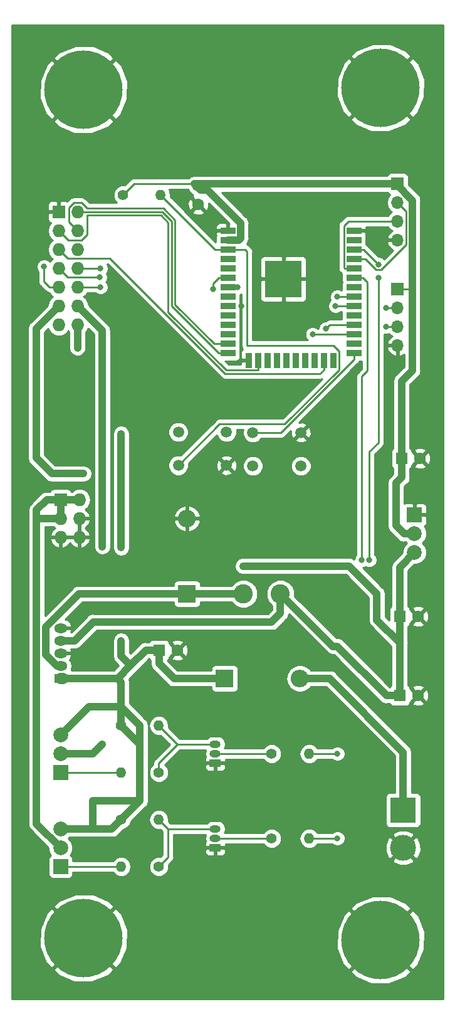
<source format=gbr>
G04 #@! TF.GenerationSoftware,KiCad,Pcbnew,(5.0.1-3-g963ef8bb5)*
G04 #@! TF.CreationDate,2019-04-20T19:45:59+01:00*
G04 #@! TF.ProjectId,flipcontrol,666C6970636F6E74726F6C2E6B696361,rev?*
G04 #@! TF.SameCoordinates,Original*
G04 #@! TF.FileFunction,Copper,L1,Top,Signal*
G04 #@! TF.FilePolarity,Positive*
%FSLAX46Y46*%
G04 Gerber Fmt 4.6, Leading zero omitted, Abs format (unit mm)*
G04 Created by KiCad (PCBNEW (5.0.1-3-g963ef8bb5)) date Saturday, 20 April 2019 at 19:45:59*
%MOMM*%
%LPD*%
G01*
G04 APERTURE LIST*
G04 #@! TA.AperFunction,ComponentPad*
%ADD10R,2.400000X2.400000*%
G04 #@! TD*
G04 #@! TA.AperFunction,ComponentPad*
%ADD11O,2.400000X2.400000*%
G04 #@! TD*
G04 #@! TA.AperFunction,ComponentPad*
%ADD12C,10.600000*%
G04 #@! TD*
G04 #@! TA.AperFunction,ComponentPad*
%ADD13C,2.600000*%
G04 #@! TD*
G04 #@! TA.AperFunction,ComponentPad*
%ADD14R,1.727200X1.727200*%
G04 #@! TD*
G04 #@! TA.AperFunction,ComponentPad*
%ADD15O,1.727200X1.727200*%
G04 #@! TD*
G04 #@! TA.AperFunction,ComponentPad*
%ADD16O,1.700000X1.700000*%
G04 #@! TD*
G04 #@! TA.AperFunction,ComponentPad*
%ADD17R,1.700000X1.700000*%
G04 #@! TD*
G04 #@! TA.AperFunction,SMDPad,CuDef*
%ADD18R,2.000000X0.900000*%
G04 #@! TD*
G04 #@! TA.AperFunction,SMDPad,CuDef*
%ADD19R,0.900000X2.000000*%
G04 #@! TD*
G04 #@! TA.AperFunction,SMDPad,CuDef*
%ADD20R,5.000000X5.000000*%
G04 #@! TD*
G04 #@! TA.AperFunction,ComponentPad*
%ADD21C,1.600000*%
G04 #@! TD*
G04 #@! TA.AperFunction,ComponentPad*
%ADD22R,1.600000X1.600000*%
G04 #@! TD*
G04 #@! TA.AperFunction,ComponentPad*
%ADD23R,3.500120X3.500120*%
G04 #@! TD*
G04 #@! TA.AperFunction,ComponentPad*
%ADD24C,3.500120*%
G04 #@! TD*
G04 #@! TA.AperFunction,ComponentPad*
%ADD25C,2.000000*%
G04 #@! TD*
G04 #@! TA.AperFunction,ComponentPad*
%ADD26R,2.000000X2.000000*%
G04 #@! TD*
G04 #@! TA.AperFunction,ComponentPad*
%ADD27O,1.500000X1.000000*%
G04 #@! TD*
G04 #@! TA.AperFunction,ComponentPad*
%ADD28R,1.500000X1.000000*%
G04 #@! TD*
G04 #@! TA.AperFunction,ComponentPad*
%ADD29C,1.400000*%
G04 #@! TD*
G04 #@! TA.AperFunction,ComponentPad*
%ADD30O,1.400000X1.400000*%
G04 #@! TD*
G04 #@! TA.AperFunction,ComponentPad*
%ADD31C,1.500000*%
G04 #@! TD*
G04 #@! TA.AperFunction,ComponentPad*
%ADD32R,1.800000X1.275000*%
G04 #@! TD*
G04 #@! TA.AperFunction,ComponentPad*
%ADD33O,1.800000X1.275000*%
G04 #@! TD*
G04 #@! TA.AperFunction,ViaPad*
%ADD34C,0.800000*%
G04 #@! TD*
G04 #@! TA.AperFunction,Conductor*
%ADD35C,1.000000*%
G04 #@! TD*
G04 #@! TA.AperFunction,Conductor*
%ADD36C,0.250000*%
G04 #@! TD*
G04 #@! TA.AperFunction,Conductor*
%ADD37C,1.500000*%
G04 #@! TD*
G04 #@! TA.AperFunction,Conductor*
%ADD38C,0.254000*%
G04 #@! TD*
G04 APERTURE END LIST*
D10*
G04 #@! TO.P,D2,1*
G04 #@! TO.N,+24V*
X118670000Y-133350000D03*
D11*
G04 #@! TO.P,D2,2*
G04 #@! TO.N,Net-(D2-Pad2)*
X128830000Y-133350000D03*
G04 #@! TD*
D12*
G04 #@! TO.P,H1,1*
G04 #@! TO.N,GND*
X139752000Y-53594000D03*
G04 #@! TD*
G04 #@! TO.P,H2,1*
G04 #@! TO.N,GND*
X99620000Y-53848000D03*
G04 #@! TD*
G04 #@! TO.P,H4,1*
G04 #@! TO.N,GND*
X139752000Y-168656000D03*
G04 #@! TD*
G04 #@! TO.P,H3,1*
G04 #@! TO.N,GND*
X99620000Y-168402000D03*
G04 #@! TD*
D13*
G04 #@! TO.P,L1,1*
G04 #@! TO.N,Net-(D1-Pad1)*
X121210000Y-121920000D03*
G04 #@! TO.P,L1,2*
G04 #@! TO.N,+5V*
X126210000Y-121920000D03*
G04 #@! TD*
D14*
G04 #@! TO.P,J5,1*
G04 #@! TO.N,GND*
X96266000Y-70358000D03*
D15*
G04 #@! TO.P,J5,2*
G04 #@! TO.N,ENABLE_1*
X98806000Y-70358000D03*
G04 #@! TO.P,J5,3*
G04 #@! TO.N,ENABLE_2*
X96266000Y-72898000D03*
G04 #@! TO.P,J5,4*
G04 #@! TO.N,ENABLE_3*
X98806000Y-72898000D03*
G04 #@! TO.P,J5,5*
G04 #@! TO.N,ENABLE_4*
X96266000Y-75438000D03*
G04 #@! TO.P,J5,6*
G04 #@! TO.N,Net-(J5-Pad6)*
X98806000Y-75438000D03*
G04 #@! TO.P,J5,7*
G04 #@! TO.N,COL_ADVANCE*
X96266000Y-77978000D03*
G04 #@! TO.P,J5,8*
G04 #@! TO.N,RESET*
X98806000Y-77978000D03*
G04 #@! TO.P,J5,9*
G04 #@! TO.N,SET_UNSET*
X96266000Y-80518000D03*
G04 #@! TO.P,J5,10*
G04 #@! TO.N,ROW_ADVANCE*
X98806000Y-80518000D03*
G04 #@! TO.P,J5,11*
G04 #@! TO.N,+5V*
X96266000Y-83058000D03*
G04 #@! TO.P,J5,12*
G04 #@! TO.N,COIL_DRIVE_OUT*
X98806000Y-83058000D03*
G04 #@! TO.P,J5,13*
G04 #@! TO.N,Net-(J5-Pad13)*
X96266000Y-85598000D03*
G04 #@! TO.P,J5,14*
G04 #@! TO.N,+24V*
X98806000Y-85598000D03*
G04 #@! TD*
D16*
G04 #@! TO.P,J2,4*
G04 #@! TO.N,GND*
X142038000Y-88392000D03*
G04 #@! TO.P,J2,3*
G04 #@! TO.N,RX_INT*
X142038000Y-85852000D03*
G04 #@! TO.P,J2,2*
G04 #@! TO.N,TX_INT*
X142038000Y-83312000D03*
D17*
G04 #@! TO.P,J2,1*
G04 #@! TO.N,+3V3*
X142038000Y-80772000D03*
G04 #@! TD*
D18*
G04 #@! TO.P,MOD1,1*
G04 #@! TO.N,GND*
X119126000Y-72898000D03*
D19*
G04 #@! TO.P,MOD1,15*
X121911000Y-90408000D03*
G04 #@! TO.P,MOD1,16*
G04 #@! TO.N,ENABLE_2*
X123181000Y-90408000D03*
G04 #@! TO.P,MOD1,17*
G04 #@! TO.N,Net-(MOD1-Pad17)*
X124451000Y-90408000D03*
G04 #@! TO.P,MOD1,18*
G04 #@! TO.N,Net-(MOD1-Pad18)*
X125721000Y-90408000D03*
G04 #@! TO.P,MOD1,19*
G04 #@! TO.N,Net-(MOD1-Pad19)*
X126991000Y-90408000D03*
G04 #@! TO.P,MOD1,20*
G04 #@! TO.N,Net-(MOD1-Pad20)*
X128261000Y-90408000D03*
G04 #@! TO.P,MOD1,21*
G04 #@! TO.N,Net-(MOD1-Pad21)*
X129531000Y-90408000D03*
G04 #@! TO.P,MOD1,22*
G04 #@! TO.N,Net-(MOD1-Pad22)*
X130801000Y-90408000D03*
G04 #@! TO.P,MOD1,23*
G04 #@! TO.N,ENABLE_4*
X132071000Y-90408000D03*
G04 #@! TO.P,MOD1,24*
G04 #@! TO.N,Net-(MOD1-Pad24)*
X133341000Y-90408000D03*
D18*
G04 #@! TO.P,MOD1,2*
G04 #@! TO.N,+3V3*
X119126000Y-74168000D03*
G04 #@! TO.P,MOD1,3*
G04 #@! TO.N,Net-(MOD1-Pad3)*
X119126000Y-75438000D03*
G04 #@! TO.P,MOD1,4*
G04 #@! TO.N,Net-(MOD1-Pad4)*
X119126000Y-76708000D03*
G04 #@! TO.P,MOD1,5*
G04 #@! TO.N,Net-(MOD1-Pad5)*
X119126000Y-77978000D03*
G04 #@! TO.P,MOD1,6*
G04 #@! TO.N,RX_INT*
X119126000Y-79248000D03*
G04 #@! TO.P,MOD1,7*
G04 #@! TO.N,TX_INT*
X119126000Y-80518000D03*
G04 #@! TO.P,MOD1,8*
G04 #@! TO.N,Net-(MOD1-Pad8)*
X119126000Y-81788000D03*
G04 #@! TO.P,MOD1,9*
G04 #@! TO.N,Net-(MOD1-Pad9)*
X119126000Y-83058000D03*
G04 #@! TO.P,MOD1,10*
G04 #@! TO.N,Net-(MOD1-Pad10)*
X119126000Y-84328000D03*
G04 #@! TO.P,MOD1,11*
G04 #@! TO.N,Net-(MOD1-Pad11)*
X119126000Y-85598000D03*
G04 #@! TO.P,MOD1,12*
G04 #@! TO.N,Net-(MOD1-Pad12)*
X119126000Y-86868000D03*
G04 #@! TO.P,MOD1,13*
G04 #@! TO.N,ENABLE_3*
X119126000Y-88138000D03*
G04 #@! TO.P,MOD1,14*
G04 #@! TO.N,ENABLE_1*
X119126000Y-89408000D03*
G04 #@! TO.P,MOD1,38*
G04 #@! TO.N,GND*
X136126000Y-72898000D03*
G04 #@! TO.P,MOD1,37*
G04 #@! TO.N,Net-(MOD1-Pad37)*
X136126000Y-74168000D03*
G04 #@! TO.P,MOD1,36*
G04 #@! TO.N,LED_IN*
X136126000Y-75438000D03*
G04 #@! TO.P,MOD1,35*
G04 #@! TO.N,TX_PROG*
X136126000Y-76708000D03*
G04 #@! TO.P,MOD1,34*
G04 #@! TO.N,RX_PROG*
X136126000Y-77978000D03*
G04 #@! TO.P,MOD1,33*
G04 #@! TO.N,COIL_DRIVE_IN*
X136126000Y-79248000D03*
G04 #@! TO.P,MOD1,32*
G04 #@! TO.N,Net-(MOD1-Pad32)*
X136126000Y-80518000D03*
G04 #@! TO.P,MOD1,31*
G04 #@! TO.N,SET_UNSET*
X136126000Y-81788000D03*
G04 #@! TO.P,MOD1,30*
G04 #@! TO.N,ROW_ADVANCE*
X136126000Y-83058000D03*
G04 #@! TO.P,MOD1,29*
G04 #@! TO.N,Net-(MOD1-Pad29)*
X136126000Y-84328000D03*
G04 #@! TO.P,MOD1,28*
G04 #@! TO.N,COL_ADVANCE*
X136126000Y-85598000D03*
G04 #@! TO.P,MOD1,27*
G04 #@! TO.N,RESET*
X136126000Y-86868000D03*
G04 #@! TO.P,MOD1,26*
G04 #@! TO.N,Net-(MOD1-Pad26)*
X136126000Y-88138000D03*
G04 #@! TO.P,MOD1,25*
G04 #@! TO.N,Net-(MOD1-Pad25)*
X136126000Y-89408000D03*
D20*
G04 #@! TO.P,MOD1,39*
G04 #@! TO.N,GND*
X126626000Y-79398000D03*
G04 #@! TD*
D21*
G04 #@! TO.P,C5,2*
G04 #@! TO.N,GND*
X144832000Y-135636000D03*
D22*
G04 #@! TO.P,C5,1*
G04 #@! TO.N,+5V*
X142332000Y-135636000D03*
G04 #@! TD*
G04 #@! TO.P,C4,1*
G04 #@! TO.N,+3V3*
X142586000Y-103632000D03*
D21*
G04 #@! TO.P,C4,2*
G04 #@! TO.N,GND*
X145086000Y-103632000D03*
G04 #@! TD*
G04 #@! TO.P,C3,2*
G04 #@! TO.N,GND*
X144832000Y-124968000D03*
D22*
G04 #@! TO.P,C3,1*
G04 #@! TO.N,+5V*
X142332000Y-124968000D03*
G04 #@! TD*
G04 #@! TO.P,C2,1*
G04 #@! TO.N,+24V*
X109820000Y-129540000D03*
D21*
G04 #@! TO.P,C2,2*
G04 #@! TO.N,GND*
X112320000Y-129540000D03*
G04 #@! TD*
G04 #@! TO.P,C1,1*
G04 #@! TO.N,GND*
X115114000Y-69342000D03*
G04 #@! TO.P,C1,2*
G04 #@! TO.N,+3V3*
X115114000Y-66842000D03*
G04 #@! TD*
D10*
G04 #@! TO.P,D1,1*
G04 #@! TO.N,Net-(D1-Pad1)*
X113590000Y-121920000D03*
D11*
G04 #@! TO.P,D1,2*
G04 #@! TO.N,GND*
X113590000Y-111760000D03*
G04 #@! TD*
D17*
G04 #@! TO.P,J1,1*
G04 #@! TO.N,+3V3*
X142038000Y-66548000D03*
D16*
G04 #@! TO.P,J1,2*
G04 #@! TO.N,TX_PROG*
X142038000Y-69088000D03*
G04 #@! TO.P,J1,3*
G04 #@! TO.N,RX_PROG*
X142038000Y-71628000D03*
G04 #@! TO.P,J1,4*
G04 #@! TO.N,GND*
X142038000Y-74168000D03*
G04 #@! TD*
D23*
G04 #@! TO.P,J3,1*
G04 #@! TO.N,Net-(D2-Pad2)*
X142800000Y-151130000D03*
D24*
G04 #@! TO.P,J3,2*
G04 #@! TO.N,GND*
X142800000Y-156210000D03*
G04 #@! TD*
D14*
G04 #@! TO.P,J4,1*
G04 #@! TO.N,LED_OUT*
X96520000Y-109220000D03*
D15*
G04 #@! TO.P,J4,2*
X99060000Y-109220000D03*
G04 #@! TO.P,J4,3*
X96520000Y-111760000D03*
G04 #@! TO.P,J4,4*
G04 #@! TO.N,GND*
X99060000Y-111760000D03*
G04 #@! TO.P,J4,5*
X96520000Y-114300000D03*
G04 #@! TO.P,J4,6*
X99060000Y-114300000D03*
G04 #@! TD*
D25*
G04 #@! TO.P,Q1,3*
G04 #@! TO.N,+24V*
X96520000Y-140970000D03*
G04 #@! TO.P,Q1,2*
G04 #@! TO.N,COIL_DRIVE_OUT*
X96520000Y-143510000D03*
D26*
G04 #@! TO.P,Q1,1*
G04 #@! TO.N,Net-(Q1-Pad1)*
X96520000Y-146050000D03*
G04 #@! TD*
D27*
G04 #@! TO.P,Q2,2*
G04 #@! TO.N,Net-(Q2-Pad2)*
X117400000Y-143510000D03*
G04 #@! TO.P,Q2,3*
G04 #@! TO.N,Net-(Q2-Pad3)*
X117400000Y-142240000D03*
D28*
G04 #@! TO.P,Q2,1*
G04 #@! TO.N,GND*
X117400000Y-144780000D03*
G04 #@! TD*
D26*
G04 #@! TO.P,Q3,1*
G04 #@! TO.N,Net-(Q3-Pad1)*
X96520000Y-158750000D03*
D25*
G04 #@! TO.P,Q3,2*
G04 #@! TO.N,LED_OUT*
X96520000Y-156210000D03*
G04 #@! TO.P,Q3,3*
G04 #@! TO.N,+24V*
X96520000Y-153670000D03*
G04 #@! TD*
D28*
G04 #@! TO.P,Q4,1*
G04 #@! TO.N,GND*
X117400000Y-156210000D03*
D27*
G04 #@! TO.P,Q4,3*
G04 #@! TO.N,Net-(Q4-Pad3)*
X117400000Y-153670000D03*
G04 #@! TO.P,Q4,2*
G04 #@! TO.N,Net-(Q4-Pad2)*
X117400000Y-154940000D03*
G04 #@! TD*
D29*
G04 #@! TO.P,R1,1*
G04 #@! TO.N,Net-(Q2-Pad3)*
X109780000Y-146050000D03*
D30*
G04 #@! TO.P,R1,2*
G04 #@! TO.N,Net-(Q1-Pad1)*
X104700000Y-146050000D03*
G04 #@! TD*
G04 #@! TO.P,R2,2*
G04 #@! TO.N,COIL_DRIVE_IN*
X130100000Y-143510000D03*
D29*
G04 #@! TO.P,R2,1*
G04 #@! TO.N,Net-(Q2-Pad2)*
X125020000Y-143510000D03*
G04 #@! TD*
G04 #@! TO.P,R3,1*
G04 #@! TO.N,+3V3*
X104954000Y-68072000D03*
D30*
G04 #@! TO.P,R3,2*
G04 #@! TO.N,Net-(MOD1-Pad3)*
X110034000Y-68072000D03*
G04 #@! TD*
G04 #@! TO.P,R4,2*
G04 #@! TO.N,Net-(Q2-Pad3)*
X109780000Y-139700000D03*
D29*
G04 #@! TO.P,R4,1*
G04 #@! TO.N,+24V*
X104700000Y-139700000D03*
G04 #@! TD*
D30*
G04 #@! TO.P,R5,2*
G04 #@! TO.N,Net-(Q3-Pad1)*
X104700000Y-158750000D03*
D29*
G04 #@! TO.P,R5,1*
G04 #@! TO.N,Net-(Q4-Pad3)*
X109780000Y-158750000D03*
G04 #@! TD*
G04 #@! TO.P,R6,1*
G04 #@! TO.N,Net-(Q4-Pad2)*
X125020000Y-154940000D03*
D30*
G04 #@! TO.P,R6,2*
G04 #@! TO.N,LED_IN*
X130100000Y-154940000D03*
G04 #@! TD*
D29*
G04 #@! TO.P,R7,1*
G04 #@! TO.N,+24V*
X104700000Y-152400000D03*
D30*
G04 #@! TO.P,R7,2*
G04 #@! TO.N,Net-(Q4-Pad3)*
X109780000Y-152400000D03*
G04 #@! TD*
D31*
G04 #@! TO.P,S1,1*
G04 #@! TO.N,GND*
X128980000Y-100148000D03*
G04 #@! TO.P,S1,2*
G04 #@! TO.N,Net-(S1-Pad2)*
X128980000Y-104648000D03*
G04 #@! TO.P,S1,3*
G04 #@! TO.N,Net-(MOD1-Pad25)*
X122480000Y-100148000D03*
G04 #@! TO.P,S1,4*
G04 #@! TO.N,Net-(S1-Pad4)*
X122480000Y-104648000D03*
G04 #@! TD*
G04 #@! TO.P,S2,4*
G04 #@! TO.N,Net-(MOD1-Pad3)*
X112424000Y-104576000D03*
G04 #@! TO.P,S2,3*
G04 #@! TO.N,Net-(S2-Pad3)*
X112424000Y-100076000D03*
G04 #@! TO.P,S2,2*
G04 #@! TO.N,GND*
X118924000Y-104576000D03*
G04 #@! TO.P,S2,1*
G04 #@! TO.N,Net-(S2-Pad1)*
X118924000Y-100076000D03*
G04 #@! TD*
D32*
G04 #@! TO.P,U1,1*
G04 #@! TO.N,+24V*
X96520000Y-133350000D03*
D33*
G04 #@! TO.P,U1,2*
G04 #@! TO.N,Net-(D1-Pad1)*
X96520000Y-131650000D03*
G04 #@! TO.P,U1,3*
G04 #@! TO.N,GND*
X96520000Y-129950000D03*
G04 #@! TO.P,U1,4*
G04 #@! TO.N,+5V*
X96520000Y-128250000D03*
G04 #@! TO.P,U1,5*
G04 #@! TO.N,GND*
X96520000Y-126550000D03*
G04 #@! TD*
D26*
G04 #@! TO.P,U2,1*
G04 #@! TO.N,GND*
X144324000Y-111252000D03*
D25*
G04 #@! TO.P,U2,2*
G04 #@! TO.N,+3V3*
X144324000Y-113792000D03*
G04 #@! TO.P,U2,3*
G04 #@! TO.N,+5V*
X144324000Y-116332000D03*
G04 #@! TD*
D34*
G04 #@! TO.N,GND*
X120956000Y-83058000D03*
X117146000Y-71628000D03*
X123496000Y-71628000D03*
X123496000Y-64008000D03*
X141276000Y-91948000D03*
X146356000Y-91948000D03*
X124004000Y-84582000D03*
X139498000Y-73914000D03*
X139244000Y-69342000D03*
G04 #@! TO.N,+24V*
X98806000Y-88698000D03*
X104700000Y-128270000D03*
X104700000Y-100330000D03*
X104700000Y-115650000D03*
G04 #@! TO.N,+5V*
X99590000Y-105700000D03*
X121140000Y-118180000D03*
G04 #@! TO.N,RX_INT*
X140514000Y-85852000D03*
X117146000Y-80772000D03*
G04 #@! TO.N,TX_INT*
X140514000Y-83312000D03*
X120448000Y-80518000D03*
G04 #@! TO.N,COL_ADVANCE*
X101824601Y-79166601D03*
X132386000Y-86111002D03*
G04 #@! TO.N,RESET*
X101906000Y-77978000D03*
X130556000Y-86868000D03*
G04 #@! TO.N,SET_UNSET*
X94286000Y-77724000D03*
X133910000Y-81788000D03*
G04 #@! TO.N,ROW_ADVANCE*
X101906000Y-80518000D03*
X133656000Y-83058000D03*
G04 #@! TO.N,COIL_DRIVE_OUT*
X102142940Y-115552940D03*
X102142940Y-142222940D03*
G04 #@! TO.N,LED_IN*
X133910000Y-154940000D03*
X139461001Y-77433001D03*
X139461001Y-79248000D03*
X138228000Y-117348000D03*
G04 #@! TO.N,COIL_DRIVE_IN*
X133910000Y-143510000D03*
X137212000Y-117348000D03*
G04 #@! TD*
D35*
G04 #@! TO.N,+3V3*
X120566002Y-74168000D02*
X119126000Y-74168000D01*
X120826001Y-73908001D02*
X120566002Y-74168000D01*
X120826001Y-71887999D02*
X120826001Y-73908001D01*
X116326001Y-67387999D02*
X120826001Y-71887999D01*
X115405999Y-67387999D02*
X116326001Y-67387999D01*
X114606000Y-66588000D02*
X115405999Y-67387999D01*
D36*
X118934001Y-74359999D02*
X119126000Y-74168000D01*
X106438000Y-66588000D02*
X114606000Y-66588000D01*
X104954000Y-68072000D02*
X106438000Y-66588000D01*
D35*
X142909787Y-113792000D02*
X141824000Y-112706213D01*
X144324000Y-113792000D02*
X142909787Y-113792000D01*
X115737370Y-66588000D02*
X114606000Y-66588000D01*
X141832002Y-66588000D02*
X115737370Y-66588000D01*
X144038010Y-68794008D02*
X141832002Y-66588000D01*
D36*
X142038000Y-80772000D02*
X144038010Y-80772000D01*
D35*
X144038010Y-80772000D02*
X144038010Y-68794008D01*
X141824000Y-112706213D02*
X141824000Y-106974000D01*
X142586000Y-106212000D02*
X142586000Y-103632000D01*
X141824000Y-106974000D02*
X142586000Y-106212000D01*
X142586000Y-93196000D02*
X144038010Y-91743990D01*
X144038010Y-91743990D02*
X144038010Y-80772000D01*
X142586000Y-103632000D02*
X142586000Y-93196000D01*
D37*
G04 #@! TO.N,+24V*
X96520000Y-133350000D02*
X96782500Y-133350000D01*
D35*
X104210000Y-133350000D02*
X98420000Y-133350000D01*
X98420000Y-133350000D02*
X96520000Y-133350000D01*
X109820000Y-129540000D02*
X108020000Y-129540000D01*
X104210000Y-133350000D02*
X104700000Y-133840000D01*
X103430000Y-153670000D02*
X104700000Y-152400000D01*
X96520000Y-153670000D02*
X100890000Y-153670000D01*
X100890000Y-153670000D02*
X101020001Y-153670000D01*
X100890000Y-153670000D02*
X103430000Y-153670000D01*
X104700000Y-152400000D02*
X107240000Y-149860000D01*
X107240000Y-142240000D02*
X104700000Y-139700000D01*
X107240000Y-149860000D02*
X107240000Y-142240000D01*
X100890000Y-153670000D02*
X100890000Y-149860000D01*
X100890000Y-149860000D02*
X107240000Y-149860000D01*
X104700000Y-137160000D02*
X100330000Y-137160000D01*
X100330000Y-137160000D02*
X96520000Y-140970000D01*
X104700000Y-137160000D02*
X104700000Y-139700000D01*
X104700000Y-135890000D02*
X104700000Y-137160000D01*
X104700000Y-133840000D02*
X104700000Y-135890000D01*
X98806000Y-85598000D02*
X98806000Y-88698000D01*
X98806000Y-88698000D02*
X98806000Y-88698000D01*
X104700000Y-130320000D02*
X105970000Y-131590000D01*
X104700000Y-128270000D02*
X104700000Y-130320000D01*
X105970000Y-131590000D02*
X104210000Y-133350000D01*
X108020000Y-129540000D02*
X105970000Y-131590000D01*
X107240000Y-139700000D02*
X104700000Y-137160000D01*
X107240000Y-142240000D02*
X107240000Y-139700000D01*
G04 #@! TO.N,Net-(D2-Pad2)*
X142800000Y-143299940D02*
X142800000Y-151130000D01*
X132850060Y-133350000D02*
X142800000Y-143299940D01*
G04 #@! TO.N,+24V*
X104700000Y-115084315D02*
X104700000Y-100330000D01*
X104700000Y-115650000D02*
X104700000Y-115084315D01*
X116470000Y-133350000D02*
X118670000Y-133350000D01*
X111830000Y-133350000D02*
X116470000Y-133350000D01*
X109820000Y-131340000D02*
X111830000Y-133350000D01*
X109820000Y-129540000D02*
X109820000Y-131340000D01*
G04 #@! TO.N,+5V*
X97100000Y-128250000D02*
X96520000Y-128250000D01*
X98420000Y-128250000D02*
X96520000Y-128250000D01*
X100940000Y-125730000D02*
X98420000Y-128250000D01*
X140532000Y-135636000D02*
X142332000Y-135636000D01*
X133910000Y-129014000D02*
X140532000Y-135636000D01*
X142332000Y-135636000D02*
X142332000Y-133836000D01*
X142332000Y-118324000D02*
X144324000Y-116332000D01*
X142332000Y-124968000D02*
X142332000Y-118324000D01*
X142332000Y-133836000D02*
X142332000Y-129540000D01*
X99590000Y-105700000D02*
X99590000Y-105700000D01*
X121140000Y-118180000D02*
X135504000Y-118180000D01*
X135504000Y-118180000D02*
X139244000Y-121920000D01*
X139244000Y-125436000D02*
X142332000Y-128524000D01*
X139244000Y-121920000D02*
X139244000Y-125436000D01*
X142332000Y-128524000D02*
X142332000Y-124968000D01*
X142332000Y-129540000D02*
X142332000Y-128524000D01*
X100940000Y-125730000D02*
X125020000Y-125730000D01*
X126210000Y-124540000D02*
X126210000Y-121920000D01*
X125020000Y-125730000D02*
X126210000Y-124540000D01*
X133304000Y-129014000D02*
X126210000Y-121920000D01*
X133910000Y-129014000D02*
X133304000Y-129014000D01*
X93216000Y-86108000D02*
X96266000Y-83058000D01*
X99590000Y-105700000D02*
X95338000Y-105700000D01*
X93216000Y-103578000D02*
X95338000Y-105700000D01*
X93216000Y-86108000D02*
X93216000Y-103578000D01*
G04 #@! TO.N,Net-(D1-Pad1)*
X96065976Y-131650000D02*
X94540000Y-130124024D01*
X96520000Y-131650000D02*
X96065976Y-131650000D01*
X94540000Y-126375976D02*
X98995976Y-121920000D01*
X111390000Y-121920000D02*
X113590000Y-121920000D01*
X98995976Y-121920000D02*
X111390000Y-121920000D01*
X94540000Y-130124024D02*
X94540000Y-126375976D01*
X113590000Y-121920000D02*
X121210000Y-121920000D01*
D36*
G04 #@! TO.N,TX_PROG*
X142887999Y-69937999D02*
X142038000Y-69088000D01*
X143213001Y-70263001D02*
X142887999Y-69937999D01*
X143213001Y-74754003D02*
X143213001Y-70263001D01*
X139809002Y-78158002D02*
X143213001Y-74754003D01*
X139113000Y-78158002D02*
X139809002Y-78158002D01*
X137662998Y-76708000D02*
X139113000Y-78158002D01*
X136126000Y-76708000D02*
X137662998Y-76708000D01*
G04 #@! TO.N,RX_PROG*
X140835919Y-71628000D02*
X142038000Y-71628000D01*
X134800999Y-72187999D02*
X135360998Y-71628000D01*
X135360998Y-71628000D02*
X140835919Y-71628000D01*
X134800999Y-77902999D02*
X134800999Y-72187999D01*
X134876000Y-77978000D02*
X134800999Y-77902999D01*
X136126000Y-77978000D02*
X134876000Y-77978000D01*
G04 #@! TO.N,RX_INT*
X142038000Y-85852000D02*
X140514000Y-85852000D01*
X140514000Y-85852000D02*
X140514000Y-85852000D01*
X117146000Y-79978000D02*
X117876000Y-79248000D01*
X117876000Y-79248000D02*
X119126000Y-79248000D01*
X117146000Y-80772000D02*
X117146000Y-79978000D01*
G04 #@! TO.N,TX_INT*
X142038000Y-83312000D02*
X140514000Y-83312000D01*
X140514000Y-83312000D02*
X140514000Y-83312000D01*
X120448000Y-80518000D02*
X120448000Y-80518000D01*
X120448000Y-80518000D02*
X119126000Y-80518000D01*
D35*
G04 #@! TO.N,LED_OUT*
X96520000Y-109220000D02*
X96520000Y-111760000D01*
X96520000Y-109220000D02*
X99060000Y-109220000D01*
X96520000Y-156210000D02*
X93270000Y-152960000D01*
X93270000Y-152960000D02*
X93270000Y-111760000D01*
X93270000Y-111760000D02*
X96520000Y-111760000D01*
X94656400Y-109220000D02*
X96520000Y-109220000D01*
X93270000Y-110606400D02*
X94656400Y-109220000D01*
X93270000Y-111760000D02*
X93270000Y-110606400D01*
D36*
G04 #@! TO.N,ENABLE_1*
X117856000Y-89408000D02*
X119126000Y-89408000D01*
X98806000Y-70358000D02*
X110236000Y-70358000D01*
X110236000Y-70358000D02*
X111506000Y-71628000D01*
X117876000Y-89408000D02*
X119126000Y-89408000D01*
X111506000Y-83038000D02*
X117876000Y-89408000D01*
X111506000Y-71628000D02*
X111506000Y-83038000D01*
G04 #@! TO.N,ENABLE_2*
X123181000Y-91658000D02*
X123181000Y-90408000D01*
X111055990Y-83877990D02*
X118911001Y-91733001D01*
X111055990Y-71814400D02*
X111055990Y-83877990D01*
X100076000Y-73387130D02*
X100076000Y-70808010D01*
X99295130Y-74168000D02*
X100076000Y-73387130D01*
X110049600Y-70808010D02*
X111055990Y-71814400D01*
X96266000Y-72898000D02*
X97536000Y-74168000D01*
X97536000Y-74168000D02*
X99295130Y-74168000D01*
X123105999Y-91733001D02*
X123181000Y-91658000D01*
X118911001Y-91733001D02*
X123105999Y-91733001D01*
X100076000Y-70808010D02*
X110049600Y-70808010D01*
G04 #@! TO.N,ENABLE_3*
X118345130Y-88138000D02*
X119126000Y-88138000D01*
X97617399Y-69787471D02*
X98316870Y-69088000D01*
X111956010Y-82851600D02*
X117242410Y-88138000D01*
X97617399Y-71709399D02*
X97617399Y-69787471D01*
X98806000Y-72898000D02*
X97617399Y-71709399D01*
X98316870Y-69088000D02*
X99295130Y-69088000D01*
X100076000Y-69868870D02*
X110383280Y-69868870D01*
X99295130Y-69088000D02*
X100076000Y-69868870D01*
X111956010Y-71441600D02*
X111956010Y-82851600D01*
X117242410Y-88138000D02*
X119126000Y-88138000D01*
X110383280Y-69868870D02*
X111956010Y-71441600D01*
G04 #@! TO.N,ENABLE_4*
X97454601Y-76626601D02*
X103168191Y-76626601D01*
X96266000Y-75438000D02*
X97454601Y-76626601D01*
X132071000Y-91658000D02*
X132071000Y-90408000D01*
X131545989Y-92183011D02*
X132071000Y-91658000D01*
X118724601Y-92183011D02*
X131545989Y-92183011D01*
X103168191Y-76626601D02*
X118724601Y-92183011D01*
G04 #@! TO.N,COL_ADVANCE*
X97454601Y-79166601D02*
X101824601Y-79166601D01*
X96266000Y-77978000D02*
X97454601Y-79166601D01*
X101824601Y-79166601D02*
X101824601Y-79166601D01*
X132899002Y-85598000D02*
X136126000Y-85598000D01*
X132386000Y-86111002D02*
X132899002Y-85598000D01*
G04 #@! TO.N,RESET*
X98806000Y-77978000D02*
X102094060Y-77978000D01*
X102094060Y-77978000D02*
X102094060Y-77978000D01*
X130556000Y-86868000D02*
X136126000Y-86868000D01*
G04 #@! TO.N,SET_UNSET*
X95044686Y-80518000D02*
X94286000Y-79759314D01*
X96266000Y-80518000D02*
X95044686Y-80518000D01*
X94286000Y-79759314D02*
X94286000Y-77724000D01*
X94286000Y-77724000D02*
X94286000Y-77724000D01*
X133910000Y-81788000D02*
X136126000Y-81788000D01*
G04 #@! TO.N,ROW_ADVANCE*
X98806000Y-80518000D02*
X101906000Y-80518000D01*
X101906000Y-80518000D02*
X101906000Y-80518000D01*
X133656000Y-83058000D02*
X136126000Y-83058000D01*
D35*
G04 #@! TO.N,COIL_DRIVE_OUT*
X98806000Y-83058000D02*
X101888940Y-86140940D01*
X100855880Y-143510000D02*
X102142940Y-142222940D01*
X96520000Y-143510000D02*
X100855880Y-143510000D01*
X102142940Y-86394940D02*
X101888940Y-86140940D01*
X102142940Y-115552940D02*
X102142940Y-86394940D01*
D36*
G04 #@! TO.N,Net-(MOD1-Pad3)*
X117400000Y-75438000D02*
X119126000Y-75438000D01*
X110034000Y-68072000D02*
X117400000Y-75438000D01*
X121464000Y-75438000D02*
X119126000Y-75438000D01*
X121718000Y-75692000D02*
X121464000Y-75438000D01*
X121718000Y-88392000D02*
X121718000Y-75692000D01*
X133360002Y-88392000D02*
X121718000Y-88392000D01*
X134116001Y-89147999D02*
X133360002Y-88392000D01*
X134116001Y-91668001D02*
X134116001Y-89147999D01*
X126783003Y-99000999D02*
X134116001Y-91668001D01*
X117999001Y-99000999D02*
X126783003Y-99000999D01*
X112424000Y-104576000D02*
X117999001Y-99000999D01*
G04 #@! TO.N,LED_IN*
X133910000Y-154940000D02*
X133635009Y-154940000D01*
X133635009Y-154940000D02*
X133184999Y-154940000D01*
X130100000Y-154940000D02*
X133635009Y-154940000D01*
X137466000Y-75438000D02*
X136126000Y-75438000D01*
X139461001Y-77433001D02*
X137466000Y-75438000D01*
X138228000Y-102741590D02*
X138228000Y-117348000D01*
X139461001Y-101508589D02*
X138228000Y-102741590D01*
X139461001Y-79248000D02*
X139461001Y-101508589D01*
G04 #@! TO.N,COIL_DRIVE_IN*
X133910000Y-143510000D02*
X133635009Y-143510000D01*
X133635009Y-143510000D02*
X133184999Y-143510000D01*
X130100000Y-143510000D02*
X133635009Y-143510000D01*
X137376000Y-79248000D02*
X136126000Y-79248000D01*
X137974000Y-79846000D02*
X137376000Y-79248000D01*
X137974000Y-91819590D02*
X137974000Y-79846000D01*
X137212000Y-92581590D02*
X137974000Y-91819590D01*
X137212000Y-117348000D02*
X137212000Y-92581590D01*
G04 #@! TO.N,Net-(MOD1-Pad25)*
X136126000Y-90108000D02*
X136126000Y-89408000D01*
X136126000Y-90294412D02*
X136126000Y-90108000D01*
X126272412Y-100148000D02*
X136126000Y-90294412D01*
X122480000Y-100148000D02*
X126272412Y-100148000D01*
G04 #@! TO.N,Net-(Q1-Pad1)*
X104700000Y-146050000D02*
X96520000Y-146050000D01*
G04 #@! TO.N,Net-(Q2-Pad2)*
X125020000Y-143510000D02*
X117400000Y-143510000D01*
G04 #@! TO.N,Net-(Q2-Pad3)*
X117400000Y-142240000D02*
X112320000Y-142240000D01*
X112320000Y-142240000D02*
X109780000Y-139700000D01*
X109780000Y-146050000D02*
X109780000Y-144780000D01*
X109780000Y-144780000D02*
X112320000Y-142240000D01*
G04 #@! TO.N,Net-(Q3-Pad1)*
X104700000Y-158750000D02*
X96520000Y-158750000D01*
G04 #@! TO.N,Net-(Q4-Pad3)*
X111050000Y-153670000D02*
X109780000Y-152400000D01*
X117400000Y-153670000D02*
X111050000Y-153670000D01*
X111050000Y-157480000D02*
X109780000Y-158750000D01*
X111050000Y-153670000D02*
X111050000Y-157480000D01*
G04 #@! TO.N,Net-(Q4-Pad2)*
X125020000Y-154940000D02*
X117400000Y-154940000D01*
D35*
G04 #@! TO.N,Net-(D2-Pad2)*
X128830000Y-133350000D02*
X132850060Y-133350000D01*
G04 #@! TD*
D38*
G04 #@! TO.N,GND*
G36*
X148186001Y-176582000D02*
X89916000Y-176582000D01*
X89916000Y-172657478D01*
X95544127Y-172657478D01*
X96166679Y-173371154D01*
X98331161Y-174314428D01*
X100691856Y-174357589D01*
X102889370Y-173494065D01*
X103073321Y-173371154D01*
X103474304Y-172911478D01*
X135676127Y-172911478D01*
X136298679Y-173625154D01*
X138463161Y-174568428D01*
X140823856Y-174611589D01*
X143021370Y-173748065D01*
X143205321Y-173625154D01*
X143827873Y-172911478D01*
X139752000Y-168835605D01*
X135676127Y-172911478D01*
X103474304Y-172911478D01*
X103695873Y-172657478D01*
X99620000Y-168581605D01*
X95544127Y-172657478D01*
X89916000Y-172657478D01*
X89916000Y-169473856D01*
X93664411Y-169473856D01*
X94527935Y-171671370D01*
X94650846Y-171855321D01*
X95364522Y-172477873D01*
X99440395Y-168402000D01*
X99799605Y-168402000D01*
X103875478Y-172477873D01*
X104589154Y-171855321D01*
X105516296Y-169727856D01*
X133796411Y-169727856D01*
X134659935Y-171925370D01*
X134782846Y-172109321D01*
X135496522Y-172731873D01*
X139572395Y-168656000D01*
X139931605Y-168656000D01*
X144007478Y-172731873D01*
X144721154Y-172109321D01*
X145664428Y-169944839D01*
X145707589Y-167584144D01*
X144844065Y-165386630D01*
X144721154Y-165202679D01*
X144007478Y-164580127D01*
X139931605Y-168656000D01*
X139572395Y-168656000D01*
X135496522Y-164580127D01*
X134782846Y-165202679D01*
X133839572Y-167367161D01*
X133796411Y-169727856D01*
X105516296Y-169727856D01*
X105532428Y-169690839D01*
X105575589Y-167330144D01*
X104712065Y-165132630D01*
X104589154Y-164948679D01*
X103960763Y-164400522D01*
X135676127Y-164400522D01*
X139752000Y-168476395D01*
X143827873Y-164400522D01*
X143205321Y-163686846D01*
X141040839Y-162743572D01*
X138680144Y-162700411D01*
X136482630Y-163563935D01*
X136298679Y-163686846D01*
X135676127Y-164400522D01*
X103960763Y-164400522D01*
X103875478Y-164326127D01*
X99799605Y-168402000D01*
X99440395Y-168402000D01*
X95364522Y-164326127D01*
X94650846Y-164948679D01*
X93707572Y-167113161D01*
X93664411Y-169473856D01*
X89916000Y-169473856D01*
X89916000Y-164146522D01*
X95544127Y-164146522D01*
X99620000Y-168222395D01*
X103695873Y-164146522D01*
X103073321Y-163432846D01*
X100908839Y-162489572D01*
X98548144Y-162446411D01*
X96350630Y-163309935D01*
X96166679Y-163432846D01*
X95544127Y-164146522D01*
X89916000Y-164146522D01*
X89916000Y-86108000D01*
X92058765Y-86108000D01*
X92081000Y-86219783D01*
X92081001Y-103466212D01*
X92058765Y-103578000D01*
X92146854Y-104020854D01*
X92146855Y-104020855D01*
X92397712Y-104396289D01*
X92492480Y-104459611D01*
X94456389Y-106423521D01*
X94519711Y-106518289D01*
X94844042Y-106735000D01*
X94895145Y-106769146D01*
X95337999Y-106857235D01*
X95449782Y-106835000D01*
X99701783Y-106835000D01*
X100032855Y-106769146D01*
X100408289Y-106518289D01*
X100659146Y-106142855D01*
X100747235Y-105700000D01*
X100659146Y-105257145D01*
X100408289Y-104881711D01*
X100032855Y-104630854D01*
X99701783Y-104565000D01*
X95808132Y-104565000D01*
X94351000Y-103107869D01*
X94351000Y-86578131D01*
X94836441Y-86092690D01*
X94854350Y-86182725D01*
X95185570Y-86678430D01*
X95681275Y-87009650D01*
X96118402Y-87096600D01*
X96413598Y-87096600D01*
X96850725Y-87009650D01*
X97346430Y-86678430D01*
X97536000Y-86394719D01*
X97671000Y-86596761D01*
X97671001Y-88586212D01*
X97648765Y-88698000D01*
X97736854Y-89140855D01*
X97987711Y-89516289D01*
X98363145Y-89767146D01*
X98694217Y-89833000D01*
X98806000Y-89855235D01*
X98917783Y-89833000D01*
X99026053Y-89811464D01*
X99248855Y-89767146D01*
X99624289Y-89516289D01*
X99875146Y-89140855D01*
X99913071Y-88950191D01*
X99963235Y-88698000D01*
X99941000Y-88586217D01*
X99941000Y-86596760D01*
X100217650Y-86182725D01*
X100235559Y-86092691D01*
X101007941Y-86865074D01*
X101007940Y-115664722D01*
X101073794Y-115995794D01*
X101324651Y-116371229D01*
X101700085Y-116622086D01*
X102142940Y-116710175D01*
X102585794Y-116622086D01*
X102961229Y-116371229D01*
X103212086Y-115995795D01*
X103277940Y-115664723D01*
X103277940Y-114972532D01*
X103565000Y-114972532D01*
X103565000Y-115761782D01*
X103630854Y-116092854D01*
X103881711Y-116468289D01*
X104257145Y-116719146D01*
X104700000Y-116807235D01*
X105142854Y-116719146D01*
X105518289Y-116468289D01*
X105769146Y-116092855D01*
X105835000Y-115761783D01*
X105835000Y-112171807D01*
X111801797Y-112171807D01*
X112095508Y-112824776D01*
X112616742Y-113315642D01*
X113178195Y-113548195D01*
X113463000Y-113431432D01*
X113463000Y-111887000D01*
X113717000Y-111887000D01*
X113717000Y-113431432D01*
X114001805Y-113548195D01*
X114563258Y-113315642D01*
X115084492Y-112824776D01*
X115378203Y-112171807D01*
X115261858Y-111887000D01*
X113717000Y-111887000D01*
X113463000Y-111887000D01*
X111918142Y-111887000D01*
X111801797Y-112171807D01*
X105835000Y-112171807D01*
X105835000Y-111348193D01*
X111801797Y-111348193D01*
X111918142Y-111633000D01*
X113463000Y-111633000D01*
X113463000Y-110088568D01*
X113717000Y-110088568D01*
X113717000Y-111633000D01*
X115261858Y-111633000D01*
X115378203Y-111348193D01*
X115084492Y-110695224D01*
X114563258Y-110204358D01*
X114001805Y-109971805D01*
X113717000Y-110088568D01*
X113463000Y-110088568D01*
X113178195Y-109971805D01*
X112616742Y-110204358D01*
X112095508Y-110695224D01*
X111801797Y-111348193D01*
X105835000Y-111348193D01*
X105835000Y-100218217D01*
X105769146Y-99887145D01*
X105711256Y-99800506D01*
X111039000Y-99800506D01*
X111039000Y-100351494D01*
X111249853Y-100860540D01*
X111639460Y-101250147D01*
X112148506Y-101461000D01*
X112699494Y-101461000D01*
X113208540Y-101250147D01*
X113598147Y-100860540D01*
X113809000Y-100351494D01*
X113809000Y-99800506D01*
X113598147Y-99291460D01*
X113208540Y-98901853D01*
X112699494Y-98691000D01*
X112148506Y-98691000D01*
X111639460Y-98901853D01*
X111249853Y-99291460D01*
X111039000Y-99800506D01*
X105711256Y-99800506D01*
X105518289Y-99511711D01*
X105142855Y-99260854D01*
X104700000Y-99172765D01*
X104257146Y-99260854D01*
X103881712Y-99511711D01*
X103630855Y-99887145D01*
X103565001Y-100218217D01*
X103565000Y-114972532D01*
X103277940Y-114972532D01*
X103277940Y-86506721D01*
X103300175Y-86394939D01*
X103257963Y-86182725D01*
X103212086Y-85952085D01*
X102961229Y-85576651D01*
X102866458Y-85513327D01*
X102770553Y-85417422D01*
X102770549Y-85417416D01*
X100314797Y-82961665D01*
X100217650Y-82473275D01*
X99886430Y-81977570D01*
X99602719Y-81788000D01*
X99886430Y-81598430D01*
X100100535Y-81278000D01*
X101202289Y-81278000D01*
X101319720Y-81395431D01*
X101700126Y-81553000D01*
X102111874Y-81553000D01*
X102492280Y-81395431D01*
X102783431Y-81104280D01*
X102941000Y-80723874D01*
X102941000Y-80312126D01*
X102783431Y-79931720D01*
X102653312Y-79801601D01*
X102702032Y-79752881D01*
X102859601Y-79372475D01*
X102859601Y-78960727D01*
X102721175Y-78626536D01*
X102783431Y-78564280D01*
X102941000Y-78183874D01*
X102941000Y-77772126D01*
X102783431Y-77391720D01*
X102778312Y-77386601D01*
X102853390Y-77386601D01*
X118134272Y-92667484D01*
X118176672Y-92730940D01*
X118428064Y-92898915D01*
X118649749Y-92943011D01*
X118649753Y-92943011D01*
X118724600Y-92957899D01*
X118799447Y-92943011D01*
X131471142Y-92943011D01*
X131545989Y-92957899D01*
X131620836Y-92943011D01*
X131620841Y-92943011D01*
X131802280Y-92906920D01*
X126468202Y-98240999D01*
X118073847Y-98240999D01*
X117999000Y-98226111D01*
X117924153Y-98240999D01*
X117924149Y-98240999D01*
X117702464Y-98285095D01*
X117451072Y-98453070D01*
X117408672Y-98516526D01*
X112724034Y-103201165D01*
X112699494Y-103191000D01*
X112148506Y-103191000D01*
X111639460Y-103401853D01*
X111249853Y-103791460D01*
X111039000Y-104300506D01*
X111039000Y-104851494D01*
X111249853Y-105360540D01*
X111639460Y-105750147D01*
X112148506Y-105961000D01*
X112699494Y-105961000D01*
X113208540Y-105750147D01*
X113411170Y-105547517D01*
X118132088Y-105547517D01*
X118200077Y-105788460D01*
X118719171Y-105973201D01*
X119269448Y-105945230D01*
X119647923Y-105788460D01*
X119715912Y-105547517D01*
X118924000Y-104755605D01*
X118132088Y-105547517D01*
X113411170Y-105547517D01*
X113598147Y-105360540D01*
X113809000Y-104851494D01*
X113809000Y-104371171D01*
X117526799Y-104371171D01*
X117554770Y-104921448D01*
X117711540Y-105299923D01*
X117952483Y-105367912D01*
X118744395Y-104576000D01*
X119103605Y-104576000D01*
X119895517Y-105367912D01*
X120136460Y-105299923D01*
X120321201Y-104780829D01*
X120300446Y-104372506D01*
X121095000Y-104372506D01*
X121095000Y-104923494D01*
X121305853Y-105432540D01*
X121695460Y-105822147D01*
X122204506Y-106033000D01*
X122755494Y-106033000D01*
X123264540Y-105822147D01*
X123654147Y-105432540D01*
X123865000Y-104923494D01*
X123865000Y-104372506D01*
X127595000Y-104372506D01*
X127595000Y-104923494D01*
X127805853Y-105432540D01*
X128195460Y-105822147D01*
X128704506Y-106033000D01*
X129255494Y-106033000D01*
X129764540Y-105822147D01*
X130154147Y-105432540D01*
X130365000Y-104923494D01*
X130365000Y-104372506D01*
X130154147Y-103863460D01*
X129764540Y-103473853D01*
X129255494Y-103263000D01*
X128704506Y-103263000D01*
X128195460Y-103473853D01*
X127805853Y-103863460D01*
X127595000Y-104372506D01*
X123865000Y-104372506D01*
X123654147Y-103863460D01*
X123264540Y-103473853D01*
X122755494Y-103263000D01*
X122204506Y-103263000D01*
X121695460Y-103473853D01*
X121305853Y-103863460D01*
X121095000Y-104372506D01*
X120300446Y-104372506D01*
X120293230Y-104230552D01*
X120136460Y-103852077D01*
X119895517Y-103784088D01*
X119103605Y-104576000D01*
X118744395Y-104576000D01*
X117952483Y-103784088D01*
X117711540Y-103852077D01*
X117526799Y-104371171D01*
X113809000Y-104371171D01*
X113809000Y-104300506D01*
X113798835Y-104275966D01*
X114470318Y-103604483D01*
X118132088Y-103604483D01*
X118924000Y-104396395D01*
X119715912Y-103604483D01*
X119647923Y-103363540D01*
X119128829Y-103178799D01*
X118578552Y-103206770D01*
X118200077Y-103363540D01*
X118132088Y-103604483D01*
X114470318Y-103604483D01*
X117592982Y-100481819D01*
X117749853Y-100860540D01*
X118139460Y-101250147D01*
X118648506Y-101461000D01*
X119199494Y-101461000D01*
X119708540Y-101250147D01*
X120098147Y-100860540D01*
X120309000Y-100351494D01*
X120309000Y-99800506D01*
X120292636Y-99760999D01*
X121141188Y-99760999D01*
X121095000Y-99872506D01*
X121095000Y-100423494D01*
X121305853Y-100932540D01*
X121695460Y-101322147D01*
X122204506Y-101533000D01*
X122755494Y-101533000D01*
X123264540Y-101322147D01*
X123467170Y-101119517D01*
X128188088Y-101119517D01*
X128256077Y-101360460D01*
X128775171Y-101545201D01*
X129325448Y-101517230D01*
X129703923Y-101360460D01*
X129771912Y-101119517D01*
X128980000Y-100327605D01*
X128188088Y-101119517D01*
X123467170Y-101119517D01*
X123654147Y-100932540D01*
X123664312Y-100908000D01*
X126197565Y-100908000D01*
X126272412Y-100922888D01*
X126347259Y-100908000D01*
X126347264Y-100908000D01*
X126568949Y-100863904D01*
X126820341Y-100695929D01*
X126862743Y-100632470D01*
X127599793Y-99895420D01*
X127582799Y-99943171D01*
X127610770Y-100493448D01*
X127767540Y-100871923D01*
X128008483Y-100939912D01*
X128800395Y-100148000D01*
X129159605Y-100148000D01*
X129951517Y-100939912D01*
X130192460Y-100871923D01*
X130377201Y-100352829D01*
X130349230Y-99802552D01*
X130192460Y-99424077D01*
X129951517Y-99356088D01*
X129159605Y-100148000D01*
X128800395Y-100148000D01*
X128786253Y-100133858D01*
X128965858Y-99954253D01*
X128980000Y-99968395D01*
X129771912Y-99176483D01*
X129703923Y-98935540D01*
X129184829Y-98750799D01*
X128720829Y-98774384D01*
X136610473Y-90884741D01*
X136673929Y-90842341D01*
X136716924Y-90777994D01*
X136841904Y-90590950D01*
X136858913Y-90505440D01*
X137126000Y-90505440D01*
X137214000Y-90487936D01*
X137214000Y-91504788D01*
X136727528Y-91991261D01*
X136664072Y-92033661D01*
X136621672Y-92097117D01*
X136621671Y-92097118D01*
X136496097Y-92285053D01*
X136437112Y-92581590D01*
X136452001Y-92656442D01*
X136452000Y-116644289D01*
X136334569Y-116761720D01*
X136177000Y-117142126D01*
X136177000Y-117264632D01*
X135946855Y-117110854D01*
X135615783Y-117045000D01*
X135504000Y-117022765D01*
X135392217Y-117045000D01*
X121028217Y-117045000D01*
X120697145Y-117110854D01*
X120321711Y-117361711D01*
X120070854Y-117737145D01*
X119982765Y-118180000D01*
X120070854Y-118622855D01*
X120321711Y-118998289D01*
X120697145Y-119249146D01*
X121028217Y-119315000D01*
X135033869Y-119315000D01*
X138109000Y-122390132D01*
X138109001Y-125324212D01*
X138086765Y-125436000D01*
X138174854Y-125878854D01*
X138174855Y-125878855D01*
X138425712Y-126254289D01*
X138520480Y-126317611D01*
X141197000Y-128994133D01*
X141197000Y-129651782D01*
X141197001Y-129651787D01*
X141197000Y-133947782D01*
X141197001Y-133947786D01*
X141197001Y-134296132D01*
X141074191Y-134378191D01*
X140996137Y-134495006D01*
X134791613Y-128290482D01*
X134728289Y-128195711D01*
X134352855Y-127944854D01*
X134021783Y-127879000D01*
X133910000Y-127856765D01*
X133798217Y-127879000D01*
X133774132Y-127879000D01*
X128145000Y-122249869D01*
X128145000Y-121535105D01*
X127850414Y-120823910D01*
X127306090Y-120279586D01*
X126594895Y-119985000D01*
X125825105Y-119985000D01*
X125113910Y-120279586D01*
X124569586Y-120823910D01*
X124275000Y-121535105D01*
X124275000Y-122304895D01*
X124569586Y-123016090D01*
X125075000Y-123521504D01*
X125075000Y-124069868D01*
X124549869Y-124595000D01*
X101051782Y-124595000D01*
X100939999Y-124572765D01*
X100542753Y-124651782D01*
X100497145Y-124660854D01*
X100121711Y-124911711D01*
X100058389Y-125006479D01*
X97949869Y-127115000D01*
X97902638Y-127115000D01*
X98006738Y-126919632D01*
X98013191Y-126873505D01*
X97888985Y-126677000D01*
X96647000Y-126677000D01*
X96647000Y-126697000D01*
X96393000Y-126697000D01*
X96393000Y-126677000D01*
X96373000Y-126677000D01*
X96373000Y-126423000D01*
X96393000Y-126423000D01*
X96393000Y-126403000D01*
X96647000Y-126403000D01*
X96647000Y-126423000D01*
X97888985Y-126423000D01*
X98013191Y-126226495D01*
X98006738Y-126180368D01*
X97772096Y-125740009D01*
X97386797Y-125422964D01*
X97165567Y-125355541D01*
X99466108Y-123055000D01*
X111742560Y-123055000D01*
X111742560Y-123120000D01*
X111791843Y-123367765D01*
X111932191Y-123577809D01*
X112142235Y-123718157D01*
X112390000Y-123767440D01*
X114790000Y-123767440D01*
X115037765Y-123718157D01*
X115247809Y-123577809D01*
X115388157Y-123367765D01*
X115437440Y-123120000D01*
X115437440Y-123055000D01*
X119608496Y-123055000D01*
X120113910Y-123560414D01*
X120825105Y-123855000D01*
X121594895Y-123855000D01*
X122306090Y-123560414D01*
X122850414Y-123016090D01*
X123145000Y-122304895D01*
X123145000Y-121535105D01*
X122850414Y-120823910D01*
X122306090Y-120279586D01*
X121594895Y-119985000D01*
X120825105Y-119985000D01*
X120113910Y-120279586D01*
X119608496Y-120785000D01*
X115437440Y-120785000D01*
X115437440Y-120720000D01*
X115388157Y-120472235D01*
X115247809Y-120262191D01*
X115037765Y-120121843D01*
X114790000Y-120072560D01*
X112390000Y-120072560D01*
X112142235Y-120121843D01*
X111932191Y-120262191D01*
X111791843Y-120472235D01*
X111742560Y-120720000D01*
X111742560Y-120785000D01*
X99107759Y-120785000D01*
X98995976Y-120762765D01*
X98884193Y-120785000D01*
X98553121Y-120850854D01*
X98177687Y-121101711D01*
X98114365Y-121196479D01*
X94405000Y-124905845D01*
X94405000Y-114659026D01*
X95065042Y-114659026D01*
X95237312Y-115074947D01*
X95631510Y-115506821D01*
X96160973Y-115754968D01*
X96393000Y-115634469D01*
X96393000Y-114427000D01*
X96647000Y-114427000D01*
X96647000Y-115634469D01*
X96879027Y-115754968D01*
X97408490Y-115506821D01*
X97790000Y-115088848D01*
X98171510Y-115506821D01*
X98700973Y-115754968D01*
X98933000Y-115634469D01*
X98933000Y-114427000D01*
X99187000Y-114427000D01*
X99187000Y-115634469D01*
X99419027Y-115754968D01*
X99948490Y-115506821D01*
X100342688Y-115074947D01*
X100514958Y-114659026D01*
X100393817Y-114427000D01*
X99187000Y-114427000D01*
X98933000Y-114427000D01*
X96647000Y-114427000D01*
X96393000Y-114427000D01*
X95186183Y-114427000D01*
X95065042Y-114659026D01*
X94405000Y-114659026D01*
X94405000Y-112895000D01*
X95521240Y-112895000D01*
X95741021Y-113041854D01*
X95631510Y-113093179D01*
X95237312Y-113525053D01*
X95065042Y-113940974D01*
X95186183Y-114173000D01*
X96393000Y-114173000D01*
X96393000Y-114153000D01*
X96647000Y-114153000D01*
X96647000Y-114173000D01*
X98933000Y-114173000D01*
X98933000Y-111887000D01*
X99187000Y-111887000D01*
X99187000Y-114173000D01*
X100393817Y-114173000D01*
X100514958Y-113940974D01*
X100342688Y-113525053D01*
X99948490Y-113093179D01*
X99813687Y-113030000D01*
X99948490Y-112966821D01*
X100342688Y-112534947D01*
X100514958Y-112119026D01*
X100393817Y-111887000D01*
X99187000Y-111887000D01*
X98933000Y-111887000D01*
X98913000Y-111887000D01*
X98913000Y-111633000D01*
X98933000Y-111633000D01*
X98933000Y-111613000D01*
X99187000Y-111613000D01*
X99187000Y-111633000D01*
X100393817Y-111633000D01*
X100514958Y-111400974D01*
X100342688Y-110985053D01*
X99948490Y-110553179D01*
X99838979Y-110501854D01*
X100140430Y-110300430D01*
X100471650Y-109804725D01*
X100587959Y-109220000D01*
X100471650Y-108635275D01*
X100140430Y-108139570D01*
X99644725Y-107808350D01*
X99207598Y-107721400D01*
X98912402Y-107721400D01*
X98475275Y-107808350D01*
X98061240Y-108085000D01*
X97965964Y-108085000D01*
X97841409Y-107898591D01*
X97631365Y-107758243D01*
X97383600Y-107708960D01*
X95656400Y-107708960D01*
X95408635Y-107758243D01*
X95198591Y-107898591D01*
X95074036Y-108085000D01*
X94768183Y-108085000D01*
X94656400Y-108062765D01*
X94544617Y-108085000D01*
X94213545Y-108150854D01*
X93838111Y-108401711D01*
X93774789Y-108496479D01*
X92546480Y-109724789D01*
X92451712Y-109788111D01*
X92200854Y-110163545D01*
X92200854Y-110163546D01*
X92112765Y-110606400D01*
X92135000Y-110718183D01*
X92135000Y-111648217D01*
X92112765Y-111760000D01*
X92135001Y-111871788D01*
X92135000Y-152848217D01*
X92112765Y-152960000D01*
X92151795Y-153156217D01*
X92200854Y-153402854D01*
X92451711Y-153778289D01*
X92546482Y-153841613D01*
X94885000Y-156180132D01*
X94885000Y-156535222D01*
X95133914Y-157136153D01*
X95198723Y-157200962D01*
X95062191Y-157292191D01*
X94921843Y-157502235D01*
X94872560Y-157750000D01*
X94872560Y-159750000D01*
X94921843Y-159997765D01*
X95062191Y-160207809D01*
X95272235Y-160348157D01*
X95520000Y-160397440D01*
X97520000Y-160397440D01*
X97767765Y-160348157D01*
X97977809Y-160207809D01*
X98118157Y-159997765D01*
X98167440Y-159750000D01*
X98167440Y-159510000D01*
X103602226Y-159510000D01*
X103737519Y-159712481D01*
X104179109Y-160007542D01*
X104568515Y-160085000D01*
X104831485Y-160085000D01*
X105220891Y-160007542D01*
X105662481Y-159712481D01*
X105957542Y-159270891D01*
X106061154Y-158750000D01*
X105957542Y-158229109D01*
X105662481Y-157787519D01*
X105220891Y-157492458D01*
X104831485Y-157415000D01*
X104568515Y-157415000D01*
X104179109Y-157492458D01*
X103737519Y-157787519D01*
X103602226Y-157990000D01*
X98167440Y-157990000D01*
X98167440Y-157750000D01*
X98118157Y-157502235D01*
X97977809Y-157292191D01*
X97841277Y-157200962D01*
X97906086Y-157136153D01*
X98155000Y-156535222D01*
X98155000Y-155884778D01*
X97906086Y-155283847D01*
X97562239Y-154940000D01*
X97697239Y-154805000D01*
X100778217Y-154805000D01*
X100890000Y-154827235D01*
X101001783Y-154805000D01*
X103318217Y-154805000D01*
X103430000Y-154827235D01*
X103541783Y-154805000D01*
X103872855Y-154739146D01*
X104248289Y-154488289D01*
X104311613Y-154393518D01*
X104973373Y-153731759D01*
X105456217Y-153531758D01*
X105831758Y-153156217D01*
X106031759Y-152673372D01*
X106305131Y-152400000D01*
X108418846Y-152400000D01*
X108522458Y-152920891D01*
X108817519Y-153362481D01*
X109259109Y-153657542D01*
X109648515Y-153735000D01*
X109911485Y-153735000D01*
X110018843Y-153713645D01*
X110290000Y-153984802D01*
X110290001Y-157165197D01*
X110040198Y-157415000D01*
X109514452Y-157415000D01*
X109023783Y-157618242D01*
X108648242Y-157993783D01*
X108445000Y-158484452D01*
X108445000Y-159015548D01*
X108648242Y-159506217D01*
X109023783Y-159881758D01*
X109514452Y-160085000D01*
X110045548Y-160085000D01*
X110536217Y-159881758D01*
X110911758Y-159506217D01*
X111115000Y-159015548D01*
X111115000Y-158489802D01*
X111534473Y-158070329D01*
X111597929Y-158027929D01*
X111680354Y-157904571D01*
X141285034Y-157904571D01*
X141475328Y-158249319D01*
X142356576Y-158601015D01*
X143305332Y-158588701D01*
X144124672Y-158249319D01*
X144314966Y-157904571D01*
X142800000Y-156389605D01*
X141285034Y-157904571D01*
X111680354Y-157904571D01*
X111765904Y-157776537D01*
X111810000Y-157554852D01*
X111810000Y-157554848D01*
X111824888Y-157480001D01*
X111810000Y-157405154D01*
X111810000Y-156495750D01*
X116015000Y-156495750D01*
X116015000Y-156836309D01*
X116111673Y-157069698D01*
X116290301Y-157248327D01*
X116523690Y-157345000D01*
X117114250Y-157345000D01*
X117273000Y-157186250D01*
X117273000Y-156337000D01*
X117527000Y-156337000D01*
X117527000Y-157186250D01*
X117685750Y-157345000D01*
X118276310Y-157345000D01*
X118509699Y-157248327D01*
X118688327Y-157069698D01*
X118785000Y-156836309D01*
X118785000Y-156495750D01*
X118626250Y-156337000D01*
X117527000Y-156337000D01*
X117273000Y-156337000D01*
X116173750Y-156337000D01*
X116015000Y-156495750D01*
X111810000Y-156495750D01*
X111810000Y-154430000D01*
X116125719Y-154430000D01*
X116080854Y-154497145D01*
X115992765Y-154940000D01*
X116080854Y-155382855D01*
X116091555Y-155398871D01*
X116015000Y-155583691D01*
X116015000Y-155924250D01*
X116173750Y-156083000D01*
X117273000Y-156083000D01*
X117273000Y-156075000D01*
X117527000Y-156075000D01*
X117527000Y-156083000D01*
X118626250Y-156083000D01*
X118785000Y-155924250D01*
X118785000Y-155700000D01*
X123892025Y-155700000D01*
X124263783Y-156071758D01*
X124754452Y-156275000D01*
X125285548Y-156275000D01*
X125776217Y-156071758D01*
X126151758Y-155696217D01*
X126355000Y-155205548D01*
X126355000Y-154940000D01*
X128738846Y-154940000D01*
X128842458Y-155460891D01*
X129137519Y-155902481D01*
X129579109Y-156197542D01*
X129968515Y-156275000D01*
X130231485Y-156275000D01*
X130620891Y-156197542D01*
X131062481Y-155902481D01*
X131197774Y-155700000D01*
X133206289Y-155700000D01*
X133323720Y-155817431D01*
X133704126Y-155975000D01*
X134115874Y-155975000D01*
X134496280Y-155817431D01*
X134547135Y-155766576D01*
X140408985Y-155766576D01*
X140421299Y-156715332D01*
X140760681Y-157534672D01*
X141105429Y-157724966D01*
X142620395Y-156210000D01*
X142979605Y-156210000D01*
X144494571Y-157724966D01*
X144839319Y-157534672D01*
X145191015Y-156653424D01*
X145178701Y-155704668D01*
X144839319Y-154885328D01*
X144494571Y-154695034D01*
X142979605Y-156210000D01*
X142620395Y-156210000D01*
X141105429Y-154695034D01*
X140760681Y-154885328D01*
X140408985Y-155766576D01*
X134547135Y-155766576D01*
X134787431Y-155526280D01*
X134945000Y-155145874D01*
X134945000Y-154734126D01*
X134854413Y-154515429D01*
X141285034Y-154515429D01*
X142800000Y-156030395D01*
X144314966Y-154515429D01*
X144124672Y-154170681D01*
X143243424Y-153818985D01*
X142294668Y-153831299D01*
X141475328Y-154170681D01*
X141285034Y-154515429D01*
X134854413Y-154515429D01*
X134787431Y-154353720D01*
X134496280Y-154062569D01*
X134115874Y-153905000D01*
X133704126Y-153905000D01*
X133323720Y-154062569D01*
X133206289Y-154180000D01*
X131197774Y-154180000D01*
X131062481Y-153977519D01*
X130620891Y-153682458D01*
X130231485Y-153605000D01*
X129968515Y-153605000D01*
X129579109Y-153682458D01*
X129137519Y-153977519D01*
X128842458Y-154419109D01*
X128738846Y-154940000D01*
X126355000Y-154940000D01*
X126355000Y-154674452D01*
X126151758Y-154183783D01*
X125776217Y-153808242D01*
X125285548Y-153605000D01*
X124754452Y-153605000D01*
X124263783Y-153808242D01*
X123892025Y-154180000D01*
X118674281Y-154180000D01*
X118719146Y-154112855D01*
X118807235Y-153670000D01*
X118719146Y-153227145D01*
X118468289Y-152851711D01*
X118092855Y-152600854D01*
X117761783Y-152535000D01*
X117038217Y-152535000D01*
X116707145Y-152600854D01*
X116331711Y-152851711D01*
X116292764Y-152910000D01*
X111364802Y-152910000D01*
X111093645Y-152638843D01*
X111141154Y-152400000D01*
X111037542Y-151879109D01*
X110742481Y-151437519D01*
X110300891Y-151142458D01*
X109911485Y-151065000D01*
X109648515Y-151065000D01*
X109259109Y-151142458D01*
X108817519Y-151437519D01*
X108522458Y-151879109D01*
X108418846Y-152400000D01*
X106305131Y-152400000D01*
X107963521Y-150741611D01*
X108058289Y-150678289D01*
X108309146Y-150302855D01*
X108397235Y-149860000D01*
X108375000Y-149748217D01*
X108375000Y-142351781D01*
X108397235Y-142239999D01*
X108375000Y-142128217D01*
X108375000Y-139811781D01*
X108397234Y-139700000D01*
X108418846Y-139700000D01*
X108522458Y-140220891D01*
X108817519Y-140662481D01*
X109259109Y-140957542D01*
X109648515Y-141035000D01*
X109911485Y-141035000D01*
X110018843Y-141013645D01*
X111245197Y-142240000D01*
X109295528Y-144189671D01*
X109232072Y-144232071D01*
X109189672Y-144295527D01*
X109189671Y-144295528D01*
X109085225Y-144451843D01*
X109064097Y-144483463D01*
X109051857Y-144545000D01*
X109005112Y-144780000D01*
X109020001Y-144854851D01*
X109020001Y-144922024D01*
X108648242Y-145293783D01*
X108445000Y-145784452D01*
X108445000Y-146315548D01*
X108648242Y-146806217D01*
X109023783Y-147181758D01*
X109514452Y-147385000D01*
X110045548Y-147385000D01*
X110536217Y-147181758D01*
X110911758Y-146806217D01*
X111115000Y-146315548D01*
X111115000Y-145784452D01*
X110911758Y-145293783D01*
X110683725Y-145065750D01*
X116015000Y-145065750D01*
X116015000Y-145406309D01*
X116111673Y-145639698D01*
X116290301Y-145818327D01*
X116523690Y-145915000D01*
X117114250Y-145915000D01*
X117273000Y-145756250D01*
X117273000Y-144907000D01*
X117527000Y-144907000D01*
X117527000Y-145756250D01*
X117685750Y-145915000D01*
X118276310Y-145915000D01*
X118509699Y-145818327D01*
X118688327Y-145639698D01*
X118785000Y-145406309D01*
X118785000Y-145065750D01*
X118626250Y-144907000D01*
X117527000Y-144907000D01*
X117273000Y-144907000D01*
X116173750Y-144907000D01*
X116015000Y-145065750D01*
X110683725Y-145065750D01*
X110626388Y-145008413D01*
X112634803Y-143000000D01*
X116125719Y-143000000D01*
X116080854Y-143067145D01*
X115992765Y-143510000D01*
X116080854Y-143952855D01*
X116091555Y-143968871D01*
X116015000Y-144153691D01*
X116015000Y-144494250D01*
X116173750Y-144653000D01*
X117273000Y-144653000D01*
X117273000Y-144645000D01*
X117527000Y-144645000D01*
X117527000Y-144653000D01*
X118626250Y-144653000D01*
X118785000Y-144494250D01*
X118785000Y-144270000D01*
X123892025Y-144270000D01*
X124263783Y-144641758D01*
X124754452Y-144845000D01*
X125285548Y-144845000D01*
X125776217Y-144641758D01*
X126151758Y-144266217D01*
X126355000Y-143775548D01*
X126355000Y-143510000D01*
X128738846Y-143510000D01*
X128842458Y-144030891D01*
X129137519Y-144472481D01*
X129579109Y-144767542D01*
X129968515Y-144845000D01*
X130231485Y-144845000D01*
X130620891Y-144767542D01*
X131062481Y-144472481D01*
X131197774Y-144270000D01*
X133206289Y-144270000D01*
X133323720Y-144387431D01*
X133704126Y-144545000D01*
X134115874Y-144545000D01*
X134496280Y-144387431D01*
X134787431Y-144096280D01*
X134945000Y-143715874D01*
X134945000Y-143304126D01*
X134787431Y-142923720D01*
X134496280Y-142632569D01*
X134115874Y-142475000D01*
X133704126Y-142475000D01*
X133323720Y-142632569D01*
X133206289Y-142750000D01*
X131197774Y-142750000D01*
X131062481Y-142547519D01*
X130620891Y-142252458D01*
X130231485Y-142175000D01*
X129968515Y-142175000D01*
X129579109Y-142252458D01*
X129137519Y-142547519D01*
X128842458Y-142989109D01*
X128738846Y-143510000D01*
X126355000Y-143510000D01*
X126355000Y-143244452D01*
X126151758Y-142753783D01*
X125776217Y-142378242D01*
X125285548Y-142175000D01*
X124754452Y-142175000D01*
X124263783Y-142378242D01*
X123892025Y-142750000D01*
X118674281Y-142750000D01*
X118719146Y-142682855D01*
X118807235Y-142240000D01*
X118719146Y-141797145D01*
X118468289Y-141421711D01*
X118092855Y-141170854D01*
X117761783Y-141105000D01*
X117038217Y-141105000D01*
X116707145Y-141170854D01*
X116331711Y-141421711D01*
X116292764Y-141480000D01*
X112634803Y-141480000D01*
X111093645Y-139938843D01*
X111141154Y-139700000D01*
X111037542Y-139179109D01*
X110742481Y-138737519D01*
X110300891Y-138442458D01*
X109911485Y-138365000D01*
X109648515Y-138365000D01*
X109259109Y-138442458D01*
X108817519Y-138737519D01*
X108522458Y-139179109D01*
X108418846Y-139700000D01*
X108397234Y-139700000D01*
X108397235Y-139699999D01*
X108338250Y-139403463D01*
X108309146Y-139257145D01*
X108058289Y-138881711D01*
X107963521Y-138818389D01*
X105835000Y-136689869D01*
X105835000Y-133951783D01*
X105857235Y-133840000D01*
X105769146Y-133397145D01*
X105768682Y-133396450D01*
X106693525Y-132471607D01*
X106788288Y-132408288D01*
X106851608Y-132313524D01*
X106851610Y-132313521D01*
X108484137Y-130680994D01*
X108562191Y-130797809D01*
X108685001Y-130879868D01*
X108685001Y-131228212D01*
X108662765Y-131340000D01*
X108750854Y-131782854D01*
X108750855Y-131782855D01*
X109001712Y-132158289D01*
X109096480Y-132221611D01*
X110948389Y-134073521D01*
X111011711Y-134168289D01*
X111387145Y-134419146D01*
X111718217Y-134485000D01*
X111829999Y-134507235D01*
X111941781Y-134485000D01*
X116822560Y-134485000D01*
X116822560Y-134550000D01*
X116871843Y-134797765D01*
X117012191Y-135007809D01*
X117222235Y-135148157D01*
X117470000Y-135197440D01*
X119870000Y-135197440D01*
X120117765Y-135148157D01*
X120327809Y-135007809D01*
X120468157Y-134797765D01*
X120517440Y-134550000D01*
X120517440Y-133350000D01*
X126959051Y-133350000D01*
X127101469Y-134065981D01*
X127507039Y-134672961D01*
X128114019Y-135078531D01*
X128649273Y-135185000D01*
X129010727Y-135185000D01*
X129545981Y-135078531D01*
X130152961Y-134672961D01*
X130278552Y-134485000D01*
X132379929Y-134485000D01*
X141665000Y-143770072D01*
X141665001Y-148732500D01*
X141049940Y-148732500D01*
X140802175Y-148781783D01*
X140592131Y-148922131D01*
X140451783Y-149132175D01*
X140402500Y-149379940D01*
X140402500Y-152880060D01*
X140451783Y-153127825D01*
X140592131Y-153337869D01*
X140802175Y-153478217D01*
X141049940Y-153527500D01*
X144550060Y-153527500D01*
X144797825Y-153478217D01*
X145007869Y-153337869D01*
X145148217Y-153127825D01*
X145197500Y-152880060D01*
X145197500Y-149379940D01*
X145148217Y-149132175D01*
X145007869Y-148922131D01*
X144797825Y-148781783D01*
X144550060Y-148732500D01*
X143935000Y-148732500D01*
X143935000Y-143411722D01*
X143957235Y-143299939D01*
X143869146Y-142857085D01*
X143851268Y-142830329D01*
X143618289Y-142481651D01*
X143523522Y-142418330D01*
X133731673Y-132626482D01*
X133668349Y-132531711D01*
X133292915Y-132280854D01*
X132961843Y-132215000D01*
X132850060Y-132192765D01*
X132738277Y-132215000D01*
X130278552Y-132215000D01*
X130152961Y-132027039D01*
X129545981Y-131621469D01*
X129010727Y-131515000D01*
X128649273Y-131515000D01*
X128114019Y-131621469D01*
X127507039Y-132027039D01*
X127101469Y-132634019D01*
X126959051Y-133350000D01*
X120517440Y-133350000D01*
X120517440Y-132150000D01*
X120468157Y-131902235D01*
X120327809Y-131692191D01*
X120117765Y-131551843D01*
X119870000Y-131502560D01*
X117470000Y-131502560D01*
X117222235Y-131551843D01*
X117012191Y-131692191D01*
X116871843Y-131902235D01*
X116822560Y-132150000D01*
X116822560Y-132215000D01*
X112300132Y-132215000D01*
X110960994Y-130875863D01*
X111077809Y-130797809D01*
X111218157Y-130587765D01*
X111226117Y-130547745D01*
X111491861Y-130547745D01*
X111565995Y-130793864D01*
X112103223Y-130986965D01*
X112673454Y-130959778D01*
X113074005Y-130793864D01*
X113148139Y-130547745D01*
X112320000Y-129719605D01*
X111491861Y-130547745D01*
X111226117Y-130547745D01*
X111264693Y-130353813D01*
X111312255Y-130368139D01*
X112140395Y-129540000D01*
X112499605Y-129540000D01*
X113327745Y-130368139D01*
X113573864Y-130294005D01*
X113766965Y-129756777D01*
X113739778Y-129186546D01*
X113573864Y-128785995D01*
X113327745Y-128711861D01*
X112499605Y-129540000D01*
X112140395Y-129540000D01*
X111312255Y-128711861D01*
X111264693Y-128726187D01*
X111226118Y-128532255D01*
X111491861Y-128532255D01*
X112320000Y-129360395D01*
X113148139Y-128532255D01*
X113074005Y-128286136D01*
X112536777Y-128093035D01*
X111966546Y-128120222D01*
X111565995Y-128286136D01*
X111491861Y-128532255D01*
X111226118Y-128532255D01*
X111218157Y-128492235D01*
X111077809Y-128282191D01*
X110867765Y-128141843D01*
X110620000Y-128092560D01*
X109020000Y-128092560D01*
X108772235Y-128141843D01*
X108562191Y-128282191D01*
X108480132Y-128405000D01*
X108131783Y-128405000D01*
X108020000Y-128382765D01*
X107577145Y-128470854D01*
X107201711Y-128721711D01*
X107138389Y-128816479D01*
X105970000Y-129984869D01*
X105835000Y-129849869D01*
X105835000Y-128158217D01*
X105769146Y-127827145D01*
X105518289Y-127451711D01*
X105142854Y-127200854D01*
X104700000Y-127112765D01*
X104257145Y-127200854D01*
X103881711Y-127451711D01*
X103630854Y-127827146D01*
X103565000Y-128158218D01*
X103565001Y-130208212D01*
X103542765Y-130320000D01*
X103630854Y-130762854D01*
X103676863Y-130831711D01*
X103881712Y-131138289D01*
X103976480Y-131201611D01*
X104364869Y-131590000D01*
X103739869Y-132215000D01*
X97935401Y-132215000D01*
X97981168Y-132146505D01*
X98079929Y-131650000D01*
X97981168Y-131153495D01*
X97737344Y-130788587D01*
X97772096Y-130759991D01*
X98006738Y-130319632D01*
X98013191Y-130273505D01*
X97888985Y-130077000D01*
X96647000Y-130077000D01*
X96647000Y-130097000D01*
X96393000Y-130097000D01*
X96393000Y-130077000D01*
X96373000Y-130077000D01*
X96373000Y-129823000D01*
X96393000Y-129823000D01*
X96393000Y-129803000D01*
X96647000Y-129803000D01*
X96647000Y-129823000D01*
X97888985Y-129823000D01*
X98013191Y-129626495D01*
X98006738Y-129580368D01*
X97902638Y-129385000D01*
X98308217Y-129385000D01*
X98420000Y-129407235D01*
X98531783Y-129385000D01*
X98862855Y-129319146D01*
X99238289Y-129068289D01*
X99301613Y-128973518D01*
X101410132Y-126865000D01*
X124908217Y-126865000D01*
X125020000Y-126887235D01*
X125131783Y-126865000D01*
X125462855Y-126799146D01*
X125838289Y-126548289D01*
X125901613Y-126453518D01*
X126933521Y-125421611D01*
X127028289Y-125358289D01*
X127279146Y-124982855D01*
X127343615Y-124658746D01*
X132422389Y-129737521D01*
X132485711Y-129832289D01*
X132851947Y-130077000D01*
X132861145Y-130083146D01*
X133303999Y-130171235D01*
X133415782Y-130149000D01*
X133439869Y-130149000D01*
X139650389Y-136359521D01*
X139713711Y-136454289D01*
X139997252Y-136643745D01*
X140089145Y-136705146D01*
X140531999Y-136793235D01*
X140643782Y-136771000D01*
X140992132Y-136771000D01*
X141074191Y-136893809D01*
X141284235Y-137034157D01*
X141532000Y-137083440D01*
X143132000Y-137083440D01*
X143379765Y-137034157D01*
X143589809Y-136893809D01*
X143730157Y-136683765D01*
X143738117Y-136643745D01*
X144003861Y-136643745D01*
X144077995Y-136889864D01*
X144615223Y-137082965D01*
X145185454Y-137055778D01*
X145586005Y-136889864D01*
X145660139Y-136643745D01*
X144832000Y-135815605D01*
X144003861Y-136643745D01*
X143738117Y-136643745D01*
X143776693Y-136449813D01*
X143824255Y-136464139D01*
X144652395Y-135636000D01*
X145011605Y-135636000D01*
X145839745Y-136464139D01*
X146085864Y-136390005D01*
X146278965Y-135852777D01*
X146251778Y-135282546D01*
X146085864Y-134881995D01*
X145839745Y-134807861D01*
X145011605Y-135636000D01*
X144652395Y-135636000D01*
X143824255Y-134807861D01*
X143776693Y-134822187D01*
X143738118Y-134628255D01*
X144003861Y-134628255D01*
X144832000Y-135456395D01*
X145660139Y-134628255D01*
X145586005Y-134382136D01*
X145048777Y-134189035D01*
X144478546Y-134216222D01*
X144077995Y-134382136D01*
X144003861Y-134628255D01*
X143738118Y-134628255D01*
X143730157Y-134588235D01*
X143589809Y-134378191D01*
X143467000Y-134296132D01*
X143467000Y-128635781D01*
X143489235Y-128523999D01*
X143467000Y-128412217D01*
X143467000Y-126307868D01*
X143589809Y-126225809D01*
X143730157Y-126015765D01*
X143738117Y-125975745D01*
X144003861Y-125975745D01*
X144077995Y-126221864D01*
X144615223Y-126414965D01*
X145185454Y-126387778D01*
X145586005Y-126221864D01*
X145660139Y-125975745D01*
X144832000Y-125147605D01*
X144003861Y-125975745D01*
X143738117Y-125975745D01*
X143776693Y-125781813D01*
X143824255Y-125796139D01*
X144652395Y-124968000D01*
X145011605Y-124968000D01*
X145839745Y-125796139D01*
X146085864Y-125722005D01*
X146278965Y-125184777D01*
X146251778Y-124614546D01*
X146085864Y-124213995D01*
X145839745Y-124139861D01*
X145011605Y-124968000D01*
X144652395Y-124968000D01*
X143824255Y-124139861D01*
X143776693Y-124154187D01*
X143738118Y-123960255D01*
X144003861Y-123960255D01*
X144832000Y-124788395D01*
X145660139Y-123960255D01*
X145586005Y-123714136D01*
X145048777Y-123521035D01*
X144478546Y-123548222D01*
X144077995Y-123714136D01*
X144003861Y-123960255D01*
X143738118Y-123960255D01*
X143730157Y-123920235D01*
X143589809Y-123710191D01*
X143467000Y-123628132D01*
X143467000Y-118794131D01*
X144294132Y-117967000D01*
X144649222Y-117967000D01*
X145250153Y-117718086D01*
X145710086Y-117258153D01*
X145959000Y-116657222D01*
X145959000Y-116006778D01*
X145710086Y-115405847D01*
X145366239Y-115062000D01*
X145710086Y-114718153D01*
X145959000Y-114117222D01*
X145959000Y-113466778D01*
X145710086Y-112865847D01*
X145648957Y-112804718D01*
X145683699Y-112790327D01*
X145862327Y-112611698D01*
X145959000Y-112378309D01*
X145959000Y-111537750D01*
X145800250Y-111379000D01*
X144451000Y-111379000D01*
X144451000Y-111399000D01*
X144197000Y-111399000D01*
X144197000Y-111379000D01*
X144177000Y-111379000D01*
X144177000Y-111125000D01*
X144197000Y-111125000D01*
X144197000Y-109775750D01*
X144451000Y-109775750D01*
X144451000Y-111125000D01*
X145800250Y-111125000D01*
X145959000Y-110966250D01*
X145959000Y-110125691D01*
X145862327Y-109892302D01*
X145683699Y-109713673D01*
X145450310Y-109617000D01*
X144609750Y-109617000D01*
X144451000Y-109775750D01*
X144197000Y-109775750D01*
X144038250Y-109617000D01*
X143197690Y-109617000D01*
X142964301Y-109713673D01*
X142959000Y-109718974D01*
X142959000Y-107444131D01*
X143309521Y-107093611D01*
X143404289Y-107030289D01*
X143655146Y-106654855D01*
X143721000Y-106323783D01*
X143721000Y-106323782D01*
X143743235Y-106212000D01*
X143721000Y-106100217D01*
X143721000Y-104971868D01*
X143843809Y-104889809D01*
X143984157Y-104679765D01*
X143992117Y-104639745D01*
X144257861Y-104639745D01*
X144331995Y-104885864D01*
X144869223Y-105078965D01*
X145439454Y-105051778D01*
X145840005Y-104885864D01*
X145914139Y-104639745D01*
X145086000Y-103811605D01*
X144257861Y-104639745D01*
X143992117Y-104639745D01*
X144030693Y-104445813D01*
X144078255Y-104460139D01*
X144906395Y-103632000D01*
X145265605Y-103632000D01*
X146093745Y-104460139D01*
X146339864Y-104386005D01*
X146532965Y-103848777D01*
X146505778Y-103278546D01*
X146339864Y-102877995D01*
X146093745Y-102803861D01*
X145265605Y-103632000D01*
X144906395Y-103632000D01*
X144078255Y-102803861D01*
X144030693Y-102818187D01*
X143992118Y-102624255D01*
X144257861Y-102624255D01*
X145086000Y-103452395D01*
X145914139Y-102624255D01*
X145840005Y-102378136D01*
X145302777Y-102185035D01*
X144732546Y-102212222D01*
X144331995Y-102378136D01*
X144257861Y-102624255D01*
X143992118Y-102624255D01*
X143984157Y-102584235D01*
X143843809Y-102374191D01*
X143721000Y-102292132D01*
X143721000Y-93666131D01*
X144761531Y-92625601D01*
X144856299Y-92562279D01*
X145107156Y-92186845D01*
X145173010Y-91855773D01*
X145173010Y-91855772D01*
X145195245Y-91743991D01*
X145173010Y-91632209D01*
X145173010Y-68905789D01*
X145195245Y-68794007D01*
X145169052Y-68662329D01*
X145107156Y-68351153D01*
X144856299Y-67975719D01*
X144761531Y-67912397D01*
X143535440Y-66686307D01*
X143535440Y-65698000D01*
X143486157Y-65450235D01*
X143345809Y-65240191D01*
X143135765Y-65099843D01*
X142888000Y-65050560D01*
X141188000Y-65050560D01*
X140940235Y-65099843D01*
X140730191Y-65240191D01*
X140589843Y-65450235D01*
X140589293Y-65453000D01*
X115510493Y-65453000D01*
X115399439Y-65407000D01*
X114828561Y-65407000D01*
X114717597Y-65452963D01*
X114606000Y-65430765D01*
X114494217Y-65453000D01*
X114163145Y-65518854D01*
X113787711Y-65769711D01*
X113748764Y-65828000D01*
X106512847Y-65828000D01*
X106438000Y-65813112D01*
X106363153Y-65828000D01*
X106363148Y-65828000D01*
X106141463Y-65872096D01*
X105890071Y-66040071D01*
X105847671Y-66103527D01*
X105214198Y-66737000D01*
X104688452Y-66737000D01*
X104197783Y-66940242D01*
X103822242Y-67315783D01*
X103619000Y-67806452D01*
X103619000Y-68337548D01*
X103822242Y-68828217D01*
X104102895Y-69108870D01*
X100390802Y-69108870D01*
X99885461Y-68603530D01*
X99843059Y-68540071D01*
X99591667Y-68372096D01*
X99369982Y-68328000D01*
X99369977Y-68328000D01*
X99295130Y-68313112D01*
X99220283Y-68328000D01*
X98391716Y-68328000D01*
X98316869Y-68313112D01*
X98242022Y-68328000D01*
X98242018Y-68328000D01*
X98020333Y-68372096D01*
X98020331Y-68372097D01*
X98020332Y-68372097D01*
X97832396Y-68497671D01*
X97832394Y-68497673D01*
X97768941Y-68540071D01*
X97726542Y-68603525D01*
X97407767Y-68922302D01*
X97255909Y-68859400D01*
X96551750Y-68859400D01*
X96393000Y-69018150D01*
X96393000Y-70231000D01*
X96413000Y-70231000D01*
X96413000Y-70485000D01*
X96393000Y-70485000D01*
X96393000Y-70505000D01*
X96139000Y-70505000D01*
X96139000Y-70485000D01*
X94926150Y-70485000D01*
X94767400Y-70643750D01*
X94767400Y-71347910D01*
X94864073Y-71581299D01*
X95042702Y-71759927D01*
X95184767Y-71818772D01*
X94854350Y-72313275D01*
X94738041Y-72898000D01*
X94854350Y-73482725D01*
X95185570Y-73978430D01*
X95469281Y-74168000D01*
X95185570Y-74357570D01*
X94854350Y-74853275D01*
X94738041Y-75438000D01*
X94854350Y-76022725D01*
X95185570Y-76518430D01*
X95469281Y-76708000D01*
X95185570Y-76897570D01*
X95080512Y-77054801D01*
X94872280Y-76846569D01*
X94491874Y-76689000D01*
X94080126Y-76689000D01*
X93699720Y-76846569D01*
X93408569Y-77137720D01*
X93251000Y-77518126D01*
X93251000Y-77929874D01*
X93408569Y-78310280D01*
X93526001Y-78427712D01*
X93526000Y-79684467D01*
X93511112Y-79759314D01*
X93526000Y-79834161D01*
X93526000Y-79834165D01*
X93570096Y-80055850D01*
X93738071Y-80307243D01*
X93801530Y-80349645D01*
X94454357Y-81002473D01*
X94496757Y-81065929D01*
X94748149Y-81233904D01*
X94969834Y-81278000D01*
X94969838Y-81278000D01*
X94971715Y-81278373D01*
X95185570Y-81598430D01*
X95469281Y-81788000D01*
X95185570Y-81977570D01*
X94854350Y-82473275D01*
X94757203Y-82961665D01*
X92492482Y-85226387D01*
X92397711Y-85289711D01*
X92159563Y-85646126D01*
X92146854Y-85665146D01*
X92058765Y-86108000D01*
X89916000Y-86108000D01*
X89916000Y-69368090D01*
X94767400Y-69368090D01*
X94767400Y-70072250D01*
X94926150Y-70231000D01*
X96139000Y-70231000D01*
X96139000Y-69018150D01*
X95980250Y-68859400D01*
X95276091Y-68859400D01*
X95042702Y-68956073D01*
X94864073Y-69134701D01*
X94767400Y-69368090D01*
X89916000Y-69368090D01*
X89916000Y-58103478D01*
X95544127Y-58103478D01*
X96166679Y-58817154D01*
X98331161Y-59760428D01*
X100691856Y-59803589D01*
X102889370Y-58940065D01*
X103073321Y-58817154D01*
X103695873Y-58103478D01*
X99620000Y-54027605D01*
X95544127Y-58103478D01*
X89916000Y-58103478D01*
X89916000Y-54919856D01*
X93664411Y-54919856D01*
X94527935Y-57117370D01*
X94650846Y-57301321D01*
X95364522Y-57923873D01*
X99440395Y-53848000D01*
X99799605Y-53848000D01*
X103875478Y-57923873D01*
X103960762Y-57849478D01*
X135676127Y-57849478D01*
X136298679Y-58563154D01*
X138463161Y-59506428D01*
X140823856Y-59549589D01*
X143021370Y-58686065D01*
X143205321Y-58563154D01*
X143827873Y-57849478D01*
X139752000Y-53773605D01*
X135676127Y-57849478D01*
X103960762Y-57849478D01*
X104589154Y-57301321D01*
X105532428Y-55136839D01*
X105541039Y-54665856D01*
X133796411Y-54665856D01*
X134659935Y-56863370D01*
X134782846Y-57047321D01*
X135496522Y-57669873D01*
X139572395Y-53594000D01*
X139931605Y-53594000D01*
X144007478Y-57669873D01*
X144721154Y-57047321D01*
X145664428Y-54882839D01*
X145707589Y-52522144D01*
X144844065Y-50324630D01*
X144721154Y-50140679D01*
X144007478Y-49518127D01*
X139931605Y-53594000D01*
X139572395Y-53594000D01*
X135496522Y-49518127D01*
X134782846Y-50140679D01*
X133839572Y-52305161D01*
X133796411Y-54665856D01*
X105541039Y-54665856D01*
X105575589Y-52776144D01*
X104712065Y-50578630D01*
X104589154Y-50394679D01*
X103875478Y-49772127D01*
X99799605Y-53848000D01*
X99440395Y-53848000D01*
X95364522Y-49772127D01*
X94650846Y-50394679D01*
X93707572Y-52559161D01*
X93664411Y-54919856D01*
X89916000Y-54919856D01*
X89916000Y-49592522D01*
X95544127Y-49592522D01*
X99620000Y-53668395D01*
X103695873Y-49592522D01*
X103474305Y-49338522D01*
X135676127Y-49338522D01*
X139752000Y-53414395D01*
X143827873Y-49338522D01*
X143205321Y-48624846D01*
X141040839Y-47681572D01*
X138680144Y-47638411D01*
X136482630Y-48501935D01*
X136298679Y-48624846D01*
X135676127Y-49338522D01*
X103474305Y-49338522D01*
X103073321Y-48878846D01*
X100908839Y-47935572D01*
X98548144Y-47892411D01*
X96350630Y-48755935D01*
X96166679Y-48878846D01*
X95544127Y-49592522D01*
X89916000Y-49592522D01*
X89916000Y-45160000D01*
X148186000Y-45160000D01*
X148186001Y-176582000D01*
X148186001Y-176582000D01*
G37*
X148186001Y-176582000D02*
X89916000Y-176582000D01*
X89916000Y-172657478D01*
X95544127Y-172657478D01*
X96166679Y-173371154D01*
X98331161Y-174314428D01*
X100691856Y-174357589D01*
X102889370Y-173494065D01*
X103073321Y-173371154D01*
X103474304Y-172911478D01*
X135676127Y-172911478D01*
X136298679Y-173625154D01*
X138463161Y-174568428D01*
X140823856Y-174611589D01*
X143021370Y-173748065D01*
X143205321Y-173625154D01*
X143827873Y-172911478D01*
X139752000Y-168835605D01*
X135676127Y-172911478D01*
X103474304Y-172911478D01*
X103695873Y-172657478D01*
X99620000Y-168581605D01*
X95544127Y-172657478D01*
X89916000Y-172657478D01*
X89916000Y-169473856D01*
X93664411Y-169473856D01*
X94527935Y-171671370D01*
X94650846Y-171855321D01*
X95364522Y-172477873D01*
X99440395Y-168402000D01*
X99799605Y-168402000D01*
X103875478Y-172477873D01*
X104589154Y-171855321D01*
X105516296Y-169727856D01*
X133796411Y-169727856D01*
X134659935Y-171925370D01*
X134782846Y-172109321D01*
X135496522Y-172731873D01*
X139572395Y-168656000D01*
X139931605Y-168656000D01*
X144007478Y-172731873D01*
X144721154Y-172109321D01*
X145664428Y-169944839D01*
X145707589Y-167584144D01*
X144844065Y-165386630D01*
X144721154Y-165202679D01*
X144007478Y-164580127D01*
X139931605Y-168656000D01*
X139572395Y-168656000D01*
X135496522Y-164580127D01*
X134782846Y-165202679D01*
X133839572Y-167367161D01*
X133796411Y-169727856D01*
X105516296Y-169727856D01*
X105532428Y-169690839D01*
X105575589Y-167330144D01*
X104712065Y-165132630D01*
X104589154Y-164948679D01*
X103960763Y-164400522D01*
X135676127Y-164400522D01*
X139752000Y-168476395D01*
X143827873Y-164400522D01*
X143205321Y-163686846D01*
X141040839Y-162743572D01*
X138680144Y-162700411D01*
X136482630Y-163563935D01*
X136298679Y-163686846D01*
X135676127Y-164400522D01*
X103960763Y-164400522D01*
X103875478Y-164326127D01*
X99799605Y-168402000D01*
X99440395Y-168402000D01*
X95364522Y-164326127D01*
X94650846Y-164948679D01*
X93707572Y-167113161D01*
X93664411Y-169473856D01*
X89916000Y-169473856D01*
X89916000Y-164146522D01*
X95544127Y-164146522D01*
X99620000Y-168222395D01*
X103695873Y-164146522D01*
X103073321Y-163432846D01*
X100908839Y-162489572D01*
X98548144Y-162446411D01*
X96350630Y-163309935D01*
X96166679Y-163432846D01*
X95544127Y-164146522D01*
X89916000Y-164146522D01*
X89916000Y-86108000D01*
X92058765Y-86108000D01*
X92081000Y-86219783D01*
X92081001Y-103466212D01*
X92058765Y-103578000D01*
X92146854Y-104020854D01*
X92146855Y-104020855D01*
X92397712Y-104396289D01*
X92492480Y-104459611D01*
X94456389Y-106423521D01*
X94519711Y-106518289D01*
X94844042Y-106735000D01*
X94895145Y-106769146D01*
X95337999Y-106857235D01*
X95449782Y-106835000D01*
X99701783Y-106835000D01*
X100032855Y-106769146D01*
X100408289Y-106518289D01*
X100659146Y-106142855D01*
X100747235Y-105700000D01*
X100659146Y-105257145D01*
X100408289Y-104881711D01*
X100032855Y-104630854D01*
X99701783Y-104565000D01*
X95808132Y-104565000D01*
X94351000Y-103107869D01*
X94351000Y-86578131D01*
X94836441Y-86092690D01*
X94854350Y-86182725D01*
X95185570Y-86678430D01*
X95681275Y-87009650D01*
X96118402Y-87096600D01*
X96413598Y-87096600D01*
X96850725Y-87009650D01*
X97346430Y-86678430D01*
X97536000Y-86394719D01*
X97671000Y-86596761D01*
X97671001Y-88586212D01*
X97648765Y-88698000D01*
X97736854Y-89140855D01*
X97987711Y-89516289D01*
X98363145Y-89767146D01*
X98694217Y-89833000D01*
X98806000Y-89855235D01*
X98917783Y-89833000D01*
X99026053Y-89811464D01*
X99248855Y-89767146D01*
X99624289Y-89516289D01*
X99875146Y-89140855D01*
X99913071Y-88950191D01*
X99963235Y-88698000D01*
X99941000Y-88586217D01*
X99941000Y-86596760D01*
X100217650Y-86182725D01*
X100235559Y-86092691D01*
X101007941Y-86865074D01*
X101007940Y-115664722D01*
X101073794Y-115995794D01*
X101324651Y-116371229D01*
X101700085Y-116622086D01*
X102142940Y-116710175D01*
X102585794Y-116622086D01*
X102961229Y-116371229D01*
X103212086Y-115995795D01*
X103277940Y-115664723D01*
X103277940Y-114972532D01*
X103565000Y-114972532D01*
X103565000Y-115761782D01*
X103630854Y-116092854D01*
X103881711Y-116468289D01*
X104257145Y-116719146D01*
X104700000Y-116807235D01*
X105142854Y-116719146D01*
X105518289Y-116468289D01*
X105769146Y-116092855D01*
X105835000Y-115761783D01*
X105835000Y-112171807D01*
X111801797Y-112171807D01*
X112095508Y-112824776D01*
X112616742Y-113315642D01*
X113178195Y-113548195D01*
X113463000Y-113431432D01*
X113463000Y-111887000D01*
X113717000Y-111887000D01*
X113717000Y-113431432D01*
X114001805Y-113548195D01*
X114563258Y-113315642D01*
X115084492Y-112824776D01*
X115378203Y-112171807D01*
X115261858Y-111887000D01*
X113717000Y-111887000D01*
X113463000Y-111887000D01*
X111918142Y-111887000D01*
X111801797Y-112171807D01*
X105835000Y-112171807D01*
X105835000Y-111348193D01*
X111801797Y-111348193D01*
X111918142Y-111633000D01*
X113463000Y-111633000D01*
X113463000Y-110088568D01*
X113717000Y-110088568D01*
X113717000Y-111633000D01*
X115261858Y-111633000D01*
X115378203Y-111348193D01*
X115084492Y-110695224D01*
X114563258Y-110204358D01*
X114001805Y-109971805D01*
X113717000Y-110088568D01*
X113463000Y-110088568D01*
X113178195Y-109971805D01*
X112616742Y-110204358D01*
X112095508Y-110695224D01*
X111801797Y-111348193D01*
X105835000Y-111348193D01*
X105835000Y-100218217D01*
X105769146Y-99887145D01*
X105711256Y-99800506D01*
X111039000Y-99800506D01*
X111039000Y-100351494D01*
X111249853Y-100860540D01*
X111639460Y-101250147D01*
X112148506Y-101461000D01*
X112699494Y-101461000D01*
X113208540Y-101250147D01*
X113598147Y-100860540D01*
X113809000Y-100351494D01*
X113809000Y-99800506D01*
X113598147Y-99291460D01*
X113208540Y-98901853D01*
X112699494Y-98691000D01*
X112148506Y-98691000D01*
X111639460Y-98901853D01*
X111249853Y-99291460D01*
X111039000Y-99800506D01*
X105711256Y-99800506D01*
X105518289Y-99511711D01*
X105142855Y-99260854D01*
X104700000Y-99172765D01*
X104257146Y-99260854D01*
X103881712Y-99511711D01*
X103630855Y-99887145D01*
X103565001Y-100218217D01*
X103565000Y-114972532D01*
X103277940Y-114972532D01*
X103277940Y-86506721D01*
X103300175Y-86394939D01*
X103257963Y-86182725D01*
X103212086Y-85952085D01*
X102961229Y-85576651D01*
X102866458Y-85513327D01*
X102770553Y-85417422D01*
X102770549Y-85417416D01*
X100314797Y-82961665D01*
X100217650Y-82473275D01*
X99886430Y-81977570D01*
X99602719Y-81788000D01*
X99886430Y-81598430D01*
X100100535Y-81278000D01*
X101202289Y-81278000D01*
X101319720Y-81395431D01*
X101700126Y-81553000D01*
X102111874Y-81553000D01*
X102492280Y-81395431D01*
X102783431Y-81104280D01*
X102941000Y-80723874D01*
X102941000Y-80312126D01*
X102783431Y-79931720D01*
X102653312Y-79801601D01*
X102702032Y-79752881D01*
X102859601Y-79372475D01*
X102859601Y-78960727D01*
X102721175Y-78626536D01*
X102783431Y-78564280D01*
X102941000Y-78183874D01*
X102941000Y-77772126D01*
X102783431Y-77391720D01*
X102778312Y-77386601D01*
X102853390Y-77386601D01*
X118134272Y-92667484D01*
X118176672Y-92730940D01*
X118428064Y-92898915D01*
X118649749Y-92943011D01*
X118649753Y-92943011D01*
X118724600Y-92957899D01*
X118799447Y-92943011D01*
X131471142Y-92943011D01*
X131545989Y-92957899D01*
X131620836Y-92943011D01*
X131620841Y-92943011D01*
X131802280Y-92906920D01*
X126468202Y-98240999D01*
X118073847Y-98240999D01*
X117999000Y-98226111D01*
X117924153Y-98240999D01*
X117924149Y-98240999D01*
X117702464Y-98285095D01*
X117451072Y-98453070D01*
X117408672Y-98516526D01*
X112724034Y-103201165D01*
X112699494Y-103191000D01*
X112148506Y-103191000D01*
X111639460Y-103401853D01*
X111249853Y-103791460D01*
X111039000Y-104300506D01*
X111039000Y-104851494D01*
X111249853Y-105360540D01*
X111639460Y-105750147D01*
X112148506Y-105961000D01*
X112699494Y-105961000D01*
X113208540Y-105750147D01*
X113411170Y-105547517D01*
X118132088Y-105547517D01*
X118200077Y-105788460D01*
X118719171Y-105973201D01*
X119269448Y-105945230D01*
X119647923Y-105788460D01*
X119715912Y-105547517D01*
X118924000Y-104755605D01*
X118132088Y-105547517D01*
X113411170Y-105547517D01*
X113598147Y-105360540D01*
X113809000Y-104851494D01*
X113809000Y-104371171D01*
X117526799Y-104371171D01*
X117554770Y-104921448D01*
X117711540Y-105299923D01*
X117952483Y-105367912D01*
X118744395Y-104576000D01*
X119103605Y-104576000D01*
X119895517Y-105367912D01*
X120136460Y-105299923D01*
X120321201Y-104780829D01*
X120300446Y-104372506D01*
X121095000Y-104372506D01*
X121095000Y-104923494D01*
X121305853Y-105432540D01*
X121695460Y-105822147D01*
X122204506Y-106033000D01*
X122755494Y-106033000D01*
X123264540Y-105822147D01*
X123654147Y-105432540D01*
X123865000Y-104923494D01*
X123865000Y-104372506D01*
X127595000Y-104372506D01*
X127595000Y-104923494D01*
X127805853Y-105432540D01*
X128195460Y-105822147D01*
X128704506Y-106033000D01*
X129255494Y-106033000D01*
X129764540Y-105822147D01*
X130154147Y-105432540D01*
X130365000Y-104923494D01*
X130365000Y-104372506D01*
X130154147Y-103863460D01*
X129764540Y-103473853D01*
X129255494Y-103263000D01*
X128704506Y-103263000D01*
X128195460Y-103473853D01*
X127805853Y-103863460D01*
X127595000Y-104372506D01*
X123865000Y-104372506D01*
X123654147Y-103863460D01*
X123264540Y-103473853D01*
X122755494Y-103263000D01*
X122204506Y-103263000D01*
X121695460Y-103473853D01*
X121305853Y-103863460D01*
X121095000Y-104372506D01*
X120300446Y-104372506D01*
X120293230Y-104230552D01*
X120136460Y-103852077D01*
X119895517Y-103784088D01*
X119103605Y-104576000D01*
X118744395Y-104576000D01*
X117952483Y-103784088D01*
X117711540Y-103852077D01*
X117526799Y-104371171D01*
X113809000Y-104371171D01*
X113809000Y-104300506D01*
X113798835Y-104275966D01*
X114470318Y-103604483D01*
X118132088Y-103604483D01*
X118924000Y-104396395D01*
X119715912Y-103604483D01*
X119647923Y-103363540D01*
X119128829Y-103178799D01*
X118578552Y-103206770D01*
X118200077Y-103363540D01*
X118132088Y-103604483D01*
X114470318Y-103604483D01*
X117592982Y-100481819D01*
X117749853Y-100860540D01*
X118139460Y-101250147D01*
X118648506Y-101461000D01*
X119199494Y-101461000D01*
X119708540Y-101250147D01*
X120098147Y-100860540D01*
X120309000Y-100351494D01*
X120309000Y-99800506D01*
X120292636Y-99760999D01*
X121141188Y-99760999D01*
X121095000Y-99872506D01*
X121095000Y-100423494D01*
X121305853Y-100932540D01*
X121695460Y-101322147D01*
X122204506Y-101533000D01*
X122755494Y-101533000D01*
X123264540Y-101322147D01*
X123467170Y-101119517D01*
X128188088Y-101119517D01*
X128256077Y-101360460D01*
X128775171Y-101545201D01*
X129325448Y-101517230D01*
X129703923Y-101360460D01*
X129771912Y-101119517D01*
X128980000Y-100327605D01*
X128188088Y-101119517D01*
X123467170Y-101119517D01*
X123654147Y-100932540D01*
X123664312Y-100908000D01*
X126197565Y-100908000D01*
X126272412Y-100922888D01*
X126347259Y-100908000D01*
X126347264Y-100908000D01*
X126568949Y-100863904D01*
X126820341Y-100695929D01*
X126862743Y-100632470D01*
X127599793Y-99895420D01*
X127582799Y-99943171D01*
X127610770Y-100493448D01*
X127767540Y-100871923D01*
X128008483Y-100939912D01*
X128800395Y-100148000D01*
X129159605Y-100148000D01*
X129951517Y-100939912D01*
X130192460Y-100871923D01*
X130377201Y-100352829D01*
X130349230Y-99802552D01*
X130192460Y-99424077D01*
X129951517Y-99356088D01*
X129159605Y-100148000D01*
X128800395Y-100148000D01*
X128786253Y-100133858D01*
X128965858Y-99954253D01*
X128980000Y-99968395D01*
X129771912Y-99176483D01*
X129703923Y-98935540D01*
X129184829Y-98750799D01*
X128720829Y-98774384D01*
X136610473Y-90884741D01*
X136673929Y-90842341D01*
X136716924Y-90777994D01*
X136841904Y-90590950D01*
X136858913Y-90505440D01*
X137126000Y-90505440D01*
X137214000Y-90487936D01*
X137214000Y-91504788D01*
X136727528Y-91991261D01*
X136664072Y-92033661D01*
X136621672Y-92097117D01*
X136621671Y-92097118D01*
X136496097Y-92285053D01*
X136437112Y-92581590D01*
X136452001Y-92656442D01*
X136452000Y-116644289D01*
X136334569Y-116761720D01*
X136177000Y-117142126D01*
X136177000Y-117264632D01*
X135946855Y-117110854D01*
X135615783Y-117045000D01*
X135504000Y-117022765D01*
X135392217Y-117045000D01*
X121028217Y-117045000D01*
X120697145Y-117110854D01*
X120321711Y-117361711D01*
X120070854Y-117737145D01*
X119982765Y-118180000D01*
X120070854Y-118622855D01*
X120321711Y-118998289D01*
X120697145Y-119249146D01*
X121028217Y-119315000D01*
X135033869Y-119315000D01*
X138109000Y-122390132D01*
X138109001Y-125324212D01*
X138086765Y-125436000D01*
X138174854Y-125878854D01*
X138174855Y-125878855D01*
X138425712Y-126254289D01*
X138520480Y-126317611D01*
X141197000Y-128994133D01*
X141197000Y-129651782D01*
X141197001Y-129651787D01*
X141197000Y-133947782D01*
X141197001Y-133947786D01*
X141197001Y-134296132D01*
X141074191Y-134378191D01*
X140996137Y-134495006D01*
X134791613Y-128290482D01*
X134728289Y-128195711D01*
X134352855Y-127944854D01*
X134021783Y-127879000D01*
X133910000Y-127856765D01*
X133798217Y-127879000D01*
X133774132Y-127879000D01*
X128145000Y-122249869D01*
X128145000Y-121535105D01*
X127850414Y-120823910D01*
X127306090Y-120279586D01*
X126594895Y-119985000D01*
X125825105Y-119985000D01*
X125113910Y-120279586D01*
X124569586Y-120823910D01*
X124275000Y-121535105D01*
X124275000Y-122304895D01*
X124569586Y-123016090D01*
X125075000Y-123521504D01*
X125075000Y-124069868D01*
X124549869Y-124595000D01*
X101051782Y-124595000D01*
X100939999Y-124572765D01*
X100542753Y-124651782D01*
X100497145Y-124660854D01*
X100121711Y-124911711D01*
X100058389Y-125006479D01*
X97949869Y-127115000D01*
X97902638Y-127115000D01*
X98006738Y-126919632D01*
X98013191Y-126873505D01*
X97888985Y-126677000D01*
X96647000Y-126677000D01*
X96647000Y-126697000D01*
X96393000Y-126697000D01*
X96393000Y-126677000D01*
X96373000Y-126677000D01*
X96373000Y-126423000D01*
X96393000Y-126423000D01*
X96393000Y-126403000D01*
X96647000Y-126403000D01*
X96647000Y-126423000D01*
X97888985Y-126423000D01*
X98013191Y-126226495D01*
X98006738Y-126180368D01*
X97772096Y-125740009D01*
X97386797Y-125422964D01*
X97165567Y-125355541D01*
X99466108Y-123055000D01*
X111742560Y-123055000D01*
X111742560Y-123120000D01*
X111791843Y-123367765D01*
X111932191Y-123577809D01*
X112142235Y-123718157D01*
X112390000Y-123767440D01*
X114790000Y-123767440D01*
X115037765Y-123718157D01*
X115247809Y-123577809D01*
X115388157Y-123367765D01*
X115437440Y-123120000D01*
X115437440Y-123055000D01*
X119608496Y-123055000D01*
X120113910Y-123560414D01*
X120825105Y-123855000D01*
X121594895Y-123855000D01*
X122306090Y-123560414D01*
X122850414Y-123016090D01*
X123145000Y-122304895D01*
X123145000Y-121535105D01*
X122850414Y-120823910D01*
X122306090Y-120279586D01*
X121594895Y-119985000D01*
X120825105Y-119985000D01*
X120113910Y-120279586D01*
X119608496Y-120785000D01*
X115437440Y-120785000D01*
X115437440Y-120720000D01*
X115388157Y-120472235D01*
X115247809Y-120262191D01*
X115037765Y-120121843D01*
X114790000Y-120072560D01*
X112390000Y-120072560D01*
X112142235Y-120121843D01*
X111932191Y-120262191D01*
X111791843Y-120472235D01*
X111742560Y-120720000D01*
X111742560Y-120785000D01*
X99107759Y-120785000D01*
X98995976Y-120762765D01*
X98884193Y-120785000D01*
X98553121Y-120850854D01*
X98177687Y-121101711D01*
X98114365Y-121196479D01*
X94405000Y-124905845D01*
X94405000Y-114659026D01*
X95065042Y-114659026D01*
X95237312Y-115074947D01*
X95631510Y-115506821D01*
X96160973Y-115754968D01*
X96393000Y-115634469D01*
X96393000Y-114427000D01*
X96647000Y-114427000D01*
X96647000Y-115634469D01*
X96879027Y-115754968D01*
X97408490Y-115506821D01*
X97790000Y-115088848D01*
X98171510Y-115506821D01*
X98700973Y-115754968D01*
X98933000Y-115634469D01*
X98933000Y-114427000D01*
X99187000Y-114427000D01*
X99187000Y-115634469D01*
X99419027Y-115754968D01*
X99948490Y-115506821D01*
X100342688Y-115074947D01*
X100514958Y-114659026D01*
X100393817Y-114427000D01*
X99187000Y-114427000D01*
X98933000Y-114427000D01*
X96647000Y-114427000D01*
X96393000Y-114427000D01*
X95186183Y-114427000D01*
X95065042Y-114659026D01*
X94405000Y-114659026D01*
X94405000Y-112895000D01*
X95521240Y-112895000D01*
X95741021Y-113041854D01*
X95631510Y-113093179D01*
X95237312Y-113525053D01*
X95065042Y-113940974D01*
X95186183Y-114173000D01*
X96393000Y-114173000D01*
X96393000Y-114153000D01*
X96647000Y-114153000D01*
X96647000Y-114173000D01*
X98933000Y-114173000D01*
X98933000Y-111887000D01*
X99187000Y-111887000D01*
X99187000Y-114173000D01*
X100393817Y-114173000D01*
X100514958Y-113940974D01*
X100342688Y-113525053D01*
X99948490Y-113093179D01*
X99813687Y-113030000D01*
X99948490Y-112966821D01*
X100342688Y-112534947D01*
X100514958Y-112119026D01*
X100393817Y-111887000D01*
X99187000Y-111887000D01*
X98933000Y-111887000D01*
X98913000Y-111887000D01*
X98913000Y-111633000D01*
X98933000Y-111633000D01*
X98933000Y-111613000D01*
X99187000Y-111613000D01*
X99187000Y-111633000D01*
X100393817Y-111633000D01*
X100514958Y-111400974D01*
X100342688Y-110985053D01*
X99948490Y-110553179D01*
X99838979Y-110501854D01*
X100140430Y-110300430D01*
X100471650Y-109804725D01*
X100587959Y-109220000D01*
X100471650Y-108635275D01*
X100140430Y-108139570D01*
X99644725Y-107808350D01*
X99207598Y-107721400D01*
X98912402Y-107721400D01*
X98475275Y-107808350D01*
X98061240Y-108085000D01*
X97965964Y-108085000D01*
X97841409Y-107898591D01*
X97631365Y-107758243D01*
X97383600Y-107708960D01*
X95656400Y-107708960D01*
X95408635Y-107758243D01*
X95198591Y-107898591D01*
X95074036Y-108085000D01*
X94768183Y-108085000D01*
X94656400Y-108062765D01*
X94544617Y-108085000D01*
X94213545Y-108150854D01*
X93838111Y-108401711D01*
X93774789Y-108496479D01*
X92546480Y-109724789D01*
X92451712Y-109788111D01*
X92200854Y-110163545D01*
X92200854Y-110163546D01*
X92112765Y-110606400D01*
X92135000Y-110718183D01*
X92135000Y-111648217D01*
X92112765Y-111760000D01*
X92135001Y-111871788D01*
X92135000Y-152848217D01*
X92112765Y-152960000D01*
X92151795Y-153156217D01*
X92200854Y-153402854D01*
X92451711Y-153778289D01*
X92546482Y-153841613D01*
X94885000Y-156180132D01*
X94885000Y-156535222D01*
X95133914Y-157136153D01*
X95198723Y-157200962D01*
X95062191Y-157292191D01*
X94921843Y-157502235D01*
X94872560Y-157750000D01*
X94872560Y-159750000D01*
X94921843Y-159997765D01*
X95062191Y-160207809D01*
X95272235Y-160348157D01*
X95520000Y-160397440D01*
X97520000Y-160397440D01*
X97767765Y-160348157D01*
X97977809Y-160207809D01*
X98118157Y-159997765D01*
X98167440Y-159750000D01*
X98167440Y-159510000D01*
X103602226Y-159510000D01*
X103737519Y-159712481D01*
X104179109Y-160007542D01*
X104568515Y-160085000D01*
X104831485Y-160085000D01*
X105220891Y-160007542D01*
X105662481Y-159712481D01*
X105957542Y-159270891D01*
X106061154Y-158750000D01*
X105957542Y-158229109D01*
X105662481Y-157787519D01*
X105220891Y-157492458D01*
X104831485Y-157415000D01*
X104568515Y-157415000D01*
X104179109Y-157492458D01*
X103737519Y-157787519D01*
X103602226Y-157990000D01*
X98167440Y-157990000D01*
X98167440Y-157750000D01*
X98118157Y-157502235D01*
X97977809Y-157292191D01*
X97841277Y-157200962D01*
X97906086Y-157136153D01*
X98155000Y-156535222D01*
X98155000Y-155884778D01*
X97906086Y-155283847D01*
X97562239Y-154940000D01*
X97697239Y-154805000D01*
X100778217Y-154805000D01*
X100890000Y-154827235D01*
X101001783Y-154805000D01*
X103318217Y-154805000D01*
X103430000Y-154827235D01*
X103541783Y-154805000D01*
X103872855Y-154739146D01*
X104248289Y-154488289D01*
X104311613Y-154393518D01*
X104973373Y-153731759D01*
X105456217Y-153531758D01*
X105831758Y-153156217D01*
X106031759Y-152673372D01*
X106305131Y-152400000D01*
X108418846Y-152400000D01*
X108522458Y-152920891D01*
X108817519Y-153362481D01*
X109259109Y-153657542D01*
X109648515Y-153735000D01*
X109911485Y-153735000D01*
X110018843Y-153713645D01*
X110290000Y-153984802D01*
X110290001Y-157165197D01*
X110040198Y-157415000D01*
X109514452Y-157415000D01*
X109023783Y-157618242D01*
X108648242Y-157993783D01*
X108445000Y-158484452D01*
X108445000Y-159015548D01*
X108648242Y-159506217D01*
X109023783Y-159881758D01*
X109514452Y-160085000D01*
X110045548Y-160085000D01*
X110536217Y-159881758D01*
X110911758Y-159506217D01*
X111115000Y-159015548D01*
X111115000Y-158489802D01*
X111534473Y-158070329D01*
X111597929Y-158027929D01*
X111680354Y-157904571D01*
X141285034Y-157904571D01*
X141475328Y-158249319D01*
X142356576Y-158601015D01*
X143305332Y-158588701D01*
X144124672Y-158249319D01*
X144314966Y-157904571D01*
X142800000Y-156389605D01*
X141285034Y-157904571D01*
X111680354Y-157904571D01*
X111765904Y-157776537D01*
X111810000Y-157554852D01*
X111810000Y-157554848D01*
X111824888Y-157480001D01*
X111810000Y-157405154D01*
X111810000Y-156495750D01*
X116015000Y-156495750D01*
X116015000Y-156836309D01*
X116111673Y-157069698D01*
X116290301Y-157248327D01*
X116523690Y-157345000D01*
X117114250Y-157345000D01*
X117273000Y-157186250D01*
X117273000Y-156337000D01*
X117527000Y-156337000D01*
X117527000Y-157186250D01*
X117685750Y-157345000D01*
X118276310Y-157345000D01*
X118509699Y-157248327D01*
X118688327Y-157069698D01*
X118785000Y-156836309D01*
X118785000Y-156495750D01*
X118626250Y-156337000D01*
X117527000Y-156337000D01*
X117273000Y-156337000D01*
X116173750Y-156337000D01*
X116015000Y-156495750D01*
X111810000Y-156495750D01*
X111810000Y-154430000D01*
X116125719Y-154430000D01*
X116080854Y-154497145D01*
X115992765Y-154940000D01*
X116080854Y-155382855D01*
X116091555Y-155398871D01*
X116015000Y-155583691D01*
X116015000Y-155924250D01*
X116173750Y-156083000D01*
X117273000Y-156083000D01*
X117273000Y-156075000D01*
X117527000Y-156075000D01*
X117527000Y-156083000D01*
X118626250Y-156083000D01*
X118785000Y-155924250D01*
X118785000Y-155700000D01*
X123892025Y-155700000D01*
X124263783Y-156071758D01*
X124754452Y-156275000D01*
X125285548Y-156275000D01*
X125776217Y-156071758D01*
X126151758Y-155696217D01*
X126355000Y-155205548D01*
X126355000Y-154940000D01*
X128738846Y-154940000D01*
X128842458Y-155460891D01*
X129137519Y-155902481D01*
X129579109Y-156197542D01*
X129968515Y-156275000D01*
X130231485Y-156275000D01*
X130620891Y-156197542D01*
X131062481Y-155902481D01*
X131197774Y-155700000D01*
X133206289Y-155700000D01*
X133323720Y-155817431D01*
X133704126Y-155975000D01*
X134115874Y-155975000D01*
X134496280Y-155817431D01*
X134547135Y-155766576D01*
X140408985Y-155766576D01*
X140421299Y-156715332D01*
X140760681Y-157534672D01*
X141105429Y-157724966D01*
X142620395Y-156210000D01*
X142979605Y-156210000D01*
X144494571Y-157724966D01*
X144839319Y-157534672D01*
X145191015Y-156653424D01*
X145178701Y-155704668D01*
X144839319Y-154885328D01*
X144494571Y-154695034D01*
X142979605Y-156210000D01*
X142620395Y-156210000D01*
X141105429Y-154695034D01*
X140760681Y-154885328D01*
X140408985Y-155766576D01*
X134547135Y-155766576D01*
X134787431Y-155526280D01*
X134945000Y-155145874D01*
X134945000Y-154734126D01*
X134854413Y-154515429D01*
X141285034Y-154515429D01*
X142800000Y-156030395D01*
X144314966Y-154515429D01*
X144124672Y-154170681D01*
X143243424Y-153818985D01*
X142294668Y-153831299D01*
X141475328Y-154170681D01*
X141285034Y-154515429D01*
X134854413Y-154515429D01*
X134787431Y-154353720D01*
X134496280Y-154062569D01*
X134115874Y-153905000D01*
X133704126Y-153905000D01*
X133323720Y-154062569D01*
X133206289Y-154180000D01*
X131197774Y-154180000D01*
X131062481Y-153977519D01*
X130620891Y-153682458D01*
X130231485Y-153605000D01*
X129968515Y-153605000D01*
X129579109Y-153682458D01*
X129137519Y-153977519D01*
X128842458Y-154419109D01*
X128738846Y-154940000D01*
X126355000Y-154940000D01*
X126355000Y-154674452D01*
X126151758Y-154183783D01*
X125776217Y-153808242D01*
X125285548Y-153605000D01*
X124754452Y-153605000D01*
X124263783Y-153808242D01*
X123892025Y-154180000D01*
X118674281Y-154180000D01*
X118719146Y-154112855D01*
X118807235Y-153670000D01*
X118719146Y-153227145D01*
X118468289Y-152851711D01*
X118092855Y-152600854D01*
X117761783Y-152535000D01*
X117038217Y-152535000D01*
X116707145Y-152600854D01*
X116331711Y-152851711D01*
X116292764Y-152910000D01*
X111364802Y-152910000D01*
X111093645Y-152638843D01*
X111141154Y-152400000D01*
X111037542Y-151879109D01*
X110742481Y-151437519D01*
X110300891Y-151142458D01*
X109911485Y-151065000D01*
X109648515Y-151065000D01*
X109259109Y-151142458D01*
X108817519Y-151437519D01*
X108522458Y-151879109D01*
X108418846Y-152400000D01*
X106305131Y-152400000D01*
X107963521Y-150741611D01*
X108058289Y-150678289D01*
X108309146Y-150302855D01*
X108397235Y-149860000D01*
X108375000Y-149748217D01*
X108375000Y-142351781D01*
X108397235Y-142239999D01*
X108375000Y-142128217D01*
X108375000Y-139811781D01*
X108397234Y-139700000D01*
X108418846Y-139700000D01*
X108522458Y-140220891D01*
X108817519Y-140662481D01*
X109259109Y-140957542D01*
X109648515Y-141035000D01*
X109911485Y-141035000D01*
X110018843Y-141013645D01*
X111245197Y-142240000D01*
X109295528Y-144189671D01*
X109232072Y-144232071D01*
X109189672Y-144295527D01*
X109189671Y-144295528D01*
X109085225Y-144451843D01*
X109064097Y-144483463D01*
X109051857Y-144545000D01*
X109005112Y-144780000D01*
X109020001Y-144854851D01*
X109020001Y-144922024D01*
X108648242Y-145293783D01*
X108445000Y-145784452D01*
X108445000Y-146315548D01*
X108648242Y-146806217D01*
X109023783Y-147181758D01*
X109514452Y-147385000D01*
X110045548Y-147385000D01*
X110536217Y-147181758D01*
X110911758Y-146806217D01*
X111115000Y-146315548D01*
X111115000Y-145784452D01*
X110911758Y-145293783D01*
X110683725Y-145065750D01*
X116015000Y-145065750D01*
X116015000Y-145406309D01*
X116111673Y-145639698D01*
X116290301Y-145818327D01*
X116523690Y-145915000D01*
X117114250Y-145915000D01*
X117273000Y-145756250D01*
X117273000Y-144907000D01*
X117527000Y-144907000D01*
X117527000Y-145756250D01*
X117685750Y-145915000D01*
X118276310Y-145915000D01*
X118509699Y-145818327D01*
X118688327Y-145639698D01*
X118785000Y-145406309D01*
X118785000Y-145065750D01*
X118626250Y-144907000D01*
X117527000Y-144907000D01*
X117273000Y-144907000D01*
X116173750Y-144907000D01*
X116015000Y-145065750D01*
X110683725Y-145065750D01*
X110626388Y-145008413D01*
X112634803Y-143000000D01*
X116125719Y-143000000D01*
X116080854Y-143067145D01*
X115992765Y-143510000D01*
X116080854Y-143952855D01*
X116091555Y-143968871D01*
X116015000Y-144153691D01*
X116015000Y-144494250D01*
X116173750Y-144653000D01*
X117273000Y-144653000D01*
X117273000Y-144645000D01*
X117527000Y-144645000D01*
X117527000Y-144653000D01*
X118626250Y-144653000D01*
X118785000Y-144494250D01*
X118785000Y-144270000D01*
X123892025Y-144270000D01*
X124263783Y-144641758D01*
X124754452Y-144845000D01*
X125285548Y-144845000D01*
X125776217Y-144641758D01*
X126151758Y-144266217D01*
X126355000Y-143775548D01*
X126355000Y-143510000D01*
X128738846Y-143510000D01*
X128842458Y-144030891D01*
X129137519Y-144472481D01*
X129579109Y-144767542D01*
X129968515Y-144845000D01*
X130231485Y-144845000D01*
X130620891Y-144767542D01*
X131062481Y-144472481D01*
X131197774Y-144270000D01*
X133206289Y-144270000D01*
X133323720Y-144387431D01*
X133704126Y-144545000D01*
X134115874Y-144545000D01*
X134496280Y-144387431D01*
X134787431Y-144096280D01*
X134945000Y-143715874D01*
X134945000Y-143304126D01*
X134787431Y-142923720D01*
X134496280Y-142632569D01*
X134115874Y-142475000D01*
X133704126Y-142475000D01*
X133323720Y-142632569D01*
X133206289Y-142750000D01*
X131197774Y-142750000D01*
X131062481Y-142547519D01*
X130620891Y-142252458D01*
X130231485Y-142175000D01*
X129968515Y-142175000D01*
X129579109Y-142252458D01*
X129137519Y-142547519D01*
X128842458Y-142989109D01*
X128738846Y-143510000D01*
X126355000Y-143510000D01*
X126355000Y-143244452D01*
X126151758Y-142753783D01*
X125776217Y-142378242D01*
X125285548Y-142175000D01*
X124754452Y-142175000D01*
X124263783Y-142378242D01*
X123892025Y-142750000D01*
X118674281Y-142750000D01*
X118719146Y-142682855D01*
X118807235Y-142240000D01*
X118719146Y-141797145D01*
X118468289Y-141421711D01*
X118092855Y-141170854D01*
X117761783Y-141105000D01*
X117038217Y-141105000D01*
X116707145Y-141170854D01*
X116331711Y-141421711D01*
X116292764Y-141480000D01*
X112634803Y-141480000D01*
X111093645Y-139938843D01*
X111141154Y-139700000D01*
X111037542Y-139179109D01*
X110742481Y-138737519D01*
X110300891Y-138442458D01*
X109911485Y-138365000D01*
X109648515Y-138365000D01*
X109259109Y-138442458D01*
X108817519Y-138737519D01*
X108522458Y-139179109D01*
X108418846Y-139700000D01*
X108397234Y-139700000D01*
X108397235Y-139699999D01*
X108338250Y-139403463D01*
X108309146Y-139257145D01*
X108058289Y-138881711D01*
X107963521Y-138818389D01*
X105835000Y-136689869D01*
X105835000Y-133951783D01*
X105857235Y-133840000D01*
X105769146Y-133397145D01*
X105768682Y-133396450D01*
X106693525Y-132471607D01*
X106788288Y-132408288D01*
X106851608Y-132313524D01*
X106851610Y-132313521D01*
X108484137Y-130680994D01*
X108562191Y-130797809D01*
X108685001Y-130879868D01*
X108685001Y-131228212D01*
X108662765Y-131340000D01*
X108750854Y-131782854D01*
X108750855Y-131782855D01*
X109001712Y-132158289D01*
X109096480Y-132221611D01*
X110948389Y-134073521D01*
X111011711Y-134168289D01*
X111387145Y-134419146D01*
X111718217Y-134485000D01*
X111829999Y-134507235D01*
X111941781Y-134485000D01*
X116822560Y-134485000D01*
X116822560Y-134550000D01*
X116871843Y-134797765D01*
X117012191Y-135007809D01*
X117222235Y-135148157D01*
X117470000Y-135197440D01*
X119870000Y-135197440D01*
X120117765Y-135148157D01*
X120327809Y-135007809D01*
X120468157Y-134797765D01*
X120517440Y-134550000D01*
X120517440Y-133350000D01*
X126959051Y-133350000D01*
X127101469Y-134065981D01*
X127507039Y-134672961D01*
X128114019Y-135078531D01*
X128649273Y-135185000D01*
X129010727Y-135185000D01*
X129545981Y-135078531D01*
X130152961Y-134672961D01*
X130278552Y-134485000D01*
X132379929Y-134485000D01*
X141665000Y-143770072D01*
X141665001Y-148732500D01*
X141049940Y-148732500D01*
X140802175Y-148781783D01*
X140592131Y-148922131D01*
X140451783Y-149132175D01*
X140402500Y-149379940D01*
X140402500Y-152880060D01*
X140451783Y-153127825D01*
X140592131Y-153337869D01*
X140802175Y-153478217D01*
X141049940Y-153527500D01*
X144550060Y-153527500D01*
X144797825Y-153478217D01*
X145007869Y-153337869D01*
X145148217Y-153127825D01*
X145197500Y-152880060D01*
X145197500Y-149379940D01*
X145148217Y-149132175D01*
X145007869Y-148922131D01*
X144797825Y-148781783D01*
X144550060Y-148732500D01*
X143935000Y-148732500D01*
X143935000Y-143411722D01*
X143957235Y-143299939D01*
X143869146Y-142857085D01*
X143851268Y-142830329D01*
X143618289Y-142481651D01*
X143523522Y-142418330D01*
X133731673Y-132626482D01*
X133668349Y-132531711D01*
X133292915Y-132280854D01*
X132961843Y-132215000D01*
X132850060Y-132192765D01*
X132738277Y-132215000D01*
X130278552Y-132215000D01*
X130152961Y-132027039D01*
X129545981Y-131621469D01*
X129010727Y-131515000D01*
X128649273Y-131515000D01*
X128114019Y-131621469D01*
X127507039Y-132027039D01*
X127101469Y-132634019D01*
X126959051Y-133350000D01*
X120517440Y-133350000D01*
X120517440Y-132150000D01*
X120468157Y-131902235D01*
X120327809Y-131692191D01*
X120117765Y-131551843D01*
X119870000Y-131502560D01*
X117470000Y-131502560D01*
X117222235Y-131551843D01*
X117012191Y-131692191D01*
X116871843Y-131902235D01*
X116822560Y-132150000D01*
X116822560Y-132215000D01*
X112300132Y-132215000D01*
X110960994Y-130875863D01*
X111077809Y-130797809D01*
X111218157Y-130587765D01*
X111226117Y-130547745D01*
X111491861Y-130547745D01*
X111565995Y-130793864D01*
X112103223Y-130986965D01*
X112673454Y-130959778D01*
X113074005Y-130793864D01*
X113148139Y-130547745D01*
X112320000Y-129719605D01*
X111491861Y-130547745D01*
X111226117Y-130547745D01*
X111264693Y-130353813D01*
X111312255Y-130368139D01*
X112140395Y-129540000D01*
X112499605Y-129540000D01*
X113327745Y-130368139D01*
X113573864Y-130294005D01*
X113766965Y-129756777D01*
X113739778Y-129186546D01*
X113573864Y-128785995D01*
X113327745Y-128711861D01*
X112499605Y-129540000D01*
X112140395Y-129540000D01*
X111312255Y-128711861D01*
X111264693Y-128726187D01*
X111226118Y-128532255D01*
X111491861Y-128532255D01*
X112320000Y-129360395D01*
X113148139Y-128532255D01*
X113074005Y-128286136D01*
X112536777Y-128093035D01*
X111966546Y-128120222D01*
X111565995Y-128286136D01*
X111491861Y-128532255D01*
X111226118Y-128532255D01*
X111218157Y-128492235D01*
X111077809Y-128282191D01*
X110867765Y-128141843D01*
X110620000Y-128092560D01*
X109020000Y-128092560D01*
X108772235Y-128141843D01*
X108562191Y-128282191D01*
X108480132Y-128405000D01*
X108131783Y-128405000D01*
X108020000Y-128382765D01*
X107577145Y-128470854D01*
X107201711Y-128721711D01*
X107138389Y-128816479D01*
X105970000Y-129984869D01*
X105835000Y-129849869D01*
X105835000Y-128158217D01*
X105769146Y-127827145D01*
X105518289Y-127451711D01*
X105142854Y-127200854D01*
X104700000Y-127112765D01*
X104257145Y-127200854D01*
X103881711Y-127451711D01*
X103630854Y-127827146D01*
X103565000Y-128158218D01*
X103565001Y-130208212D01*
X103542765Y-130320000D01*
X103630854Y-130762854D01*
X103676863Y-130831711D01*
X103881712Y-131138289D01*
X103976480Y-131201611D01*
X104364869Y-131590000D01*
X103739869Y-132215000D01*
X97935401Y-132215000D01*
X97981168Y-132146505D01*
X98079929Y-131650000D01*
X97981168Y-131153495D01*
X97737344Y-130788587D01*
X97772096Y-130759991D01*
X98006738Y-130319632D01*
X98013191Y-130273505D01*
X97888985Y-130077000D01*
X96647000Y-130077000D01*
X96647000Y-130097000D01*
X96393000Y-130097000D01*
X96393000Y-130077000D01*
X96373000Y-130077000D01*
X96373000Y-129823000D01*
X96393000Y-129823000D01*
X96393000Y-129803000D01*
X96647000Y-129803000D01*
X96647000Y-129823000D01*
X97888985Y-129823000D01*
X98013191Y-129626495D01*
X98006738Y-129580368D01*
X97902638Y-129385000D01*
X98308217Y-129385000D01*
X98420000Y-129407235D01*
X98531783Y-129385000D01*
X98862855Y-129319146D01*
X99238289Y-129068289D01*
X99301613Y-128973518D01*
X101410132Y-126865000D01*
X124908217Y-126865000D01*
X125020000Y-126887235D01*
X125131783Y-126865000D01*
X125462855Y-126799146D01*
X125838289Y-126548289D01*
X125901613Y-126453518D01*
X126933521Y-125421611D01*
X127028289Y-125358289D01*
X127279146Y-124982855D01*
X127343615Y-124658746D01*
X132422389Y-129737521D01*
X132485711Y-129832289D01*
X132851947Y-130077000D01*
X132861145Y-130083146D01*
X133303999Y-130171235D01*
X133415782Y-130149000D01*
X133439869Y-130149000D01*
X139650389Y-136359521D01*
X139713711Y-136454289D01*
X139997252Y-136643745D01*
X140089145Y-136705146D01*
X140531999Y-136793235D01*
X140643782Y-136771000D01*
X140992132Y-136771000D01*
X141074191Y-136893809D01*
X141284235Y-137034157D01*
X141532000Y-137083440D01*
X143132000Y-137083440D01*
X143379765Y-137034157D01*
X143589809Y-136893809D01*
X143730157Y-136683765D01*
X143738117Y-136643745D01*
X144003861Y-136643745D01*
X144077995Y-136889864D01*
X144615223Y-137082965D01*
X145185454Y-137055778D01*
X145586005Y-136889864D01*
X145660139Y-136643745D01*
X144832000Y-135815605D01*
X144003861Y-136643745D01*
X143738117Y-136643745D01*
X143776693Y-136449813D01*
X143824255Y-136464139D01*
X144652395Y-135636000D01*
X145011605Y-135636000D01*
X145839745Y-136464139D01*
X146085864Y-136390005D01*
X146278965Y-135852777D01*
X146251778Y-135282546D01*
X146085864Y-134881995D01*
X145839745Y-134807861D01*
X145011605Y-135636000D01*
X144652395Y-135636000D01*
X143824255Y-134807861D01*
X143776693Y-134822187D01*
X143738118Y-134628255D01*
X144003861Y-134628255D01*
X144832000Y-135456395D01*
X145660139Y-134628255D01*
X145586005Y-134382136D01*
X145048777Y-134189035D01*
X144478546Y-134216222D01*
X144077995Y-134382136D01*
X144003861Y-134628255D01*
X143738118Y-134628255D01*
X143730157Y-134588235D01*
X143589809Y-134378191D01*
X143467000Y-134296132D01*
X143467000Y-128635781D01*
X143489235Y-128523999D01*
X143467000Y-128412217D01*
X143467000Y-126307868D01*
X143589809Y-126225809D01*
X143730157Y-126015765D01*
X143738117Y-125975745D01*
X144003861Y-125975745D01*
X144077995Y-126221864D01*
X144615223Y-126414965D01*
X145185454Y-126387778D01*
X145586005Y-126221864D01*
X145660139Y-125975745D01*
X144832000Y-125147605D01*
X144003861Y-125975745D01*
X143738117Y-125975745D01*
X143776693Y-125781813D01*
X143824255Y-125796139D01*
X144652395Y-124968000D01*
X145011605Y-124968000D01*
X145839745Y-125796139D01*
X146085864Y-125722005D01*
X146278965Y-125184777D01*
X146251778Y-124614546D01*
X146085864Y-124213995D01*
X145839745Y-124139861D01*
X145011605Y-124968000D01*
X144652395Y-124968000D01*
X143824255Y-124139861D01*
X143776693Y-124154187D01*
X143738118Y-123960255D01*
X144003861Y-123960255D01*
X144832000Y-124788395D01*
X145660139Y-123960255D01*
X145586005Y-123714136D01*
X145048777Y-123521035D01*
X144478546Y-123548222D01*
X144077995Y-123714136D01*
X144003861Y-123960255D01*
X143738118Y-123960255D01*
X143730157Y-123920235D01*
X143589809Y-123710191D01*
X143467000Y-123628132D01*
X143467000Y-118794131D01*
X144294132Y-117967000D01*
X144649222Y-117967000D01*
X145250153Y-117718086D01*
X145710086Y-117258153D01*
X145959000Y-116657222D01*
X145959000Y-116006778D01*
X145710086Y-115405847D01*
X145366239Y-115062000D01*
X145710086Y-114718153D01*
X145959000Y-114117222D01*
X145959000Y-113466778D01*
X145710086Y-112865847D01*
X145648957Y-112804718D01*
X145683699Y-112790327D01*
X145862327Y-112611698D01*
X145959000Y-112378309D01*
X145959000Y-111537750D01*
X145800250Y-111379000D01*
X144451000Y-111379000D01*
X144451000Y-111399000D01*
X144197000Y-111399000D01*
X144197000Y-111379000D01*
X144177000Y-111379000D01*
X144177000Y-111125000D01*
X144197000Y-111125000D01*
X144197000Y-109775750D01*
X144451000Y-109775750D01*
X144451000Y-111125000D01*
X145800250Y-111125000D01*
X145959000Y-110966250D01*
X145959000Y-110125691D01*
X145862327Y-109892302D01*
X145683699Y-109713673D01*
X145450310Y-109617000D01*
X144609750Y-109617000D01*
X144451000Y-109775750D01*
X144197000Y-109775750D01*
X144038250Y-109617000D01*
X143197690Y-109617000D01*
X142964301Y-109713673D01*
X142959000Y-109718974D01*
X142959000Y-107444131D01*
X143309521Y-107093611D01*
X143404289Y-107030289D01*
X143655146Y-106654855D01*
X143721000Y-106323783D01*
X143721000Y-106323782D01*
X143743235Y-106212000D01*
X143721000Y-106100217D01*
X143721000Y-104971868D01*
X143843809Y-104889809D01*
X143984157Y-104679765D01*
X143992117Y-104639745D01*
X144257861Y-104639745D01*
X144331995Y-104885864D01*
X144869223Y-105078965D01*
X145439454Y-105051778D01*
X145840005Y-104885864D01*
X145914139Y-104639745D01*
X145086000Y-103811605D01*
X144257861Y-104639745D01*
X143992117Y-104639745D01*
X144030693Y-104445813D01*
X144078255Y-104460139D01*
X144906395Y-103632000D01*
X145265605Y-103632000D01*
X146093745Y-104460139D01*
X146339864Y-104386005D01*
X146532965Y-103848777D01*
X146505778Y-103278546D01*
X146339864Y-102877995D01*
X146093745Y-102803861D01*
X145265605Y-103632000D01*
X144906395Y-103632000D01*
X144078255Y-102803861D01*
X144030693Y-102818187D01*
X143992118Y-102624255D01*
X144257861Y-102624255D01*
X145086000Y-103452395D01*
X145914139Y-102624255D01*
X145840005Y-102378136D01*
X145302777Y-102185035D01*
X144732546Y-102212222D01*
X144331995Y-102378136D01*
X144257861Y-102624255D01*
X143992118Y-102624255D01*
X143984157Y-102584235D01*
X143843809Y-102374191D01*
X143721000Y-102292132D01*
X143721000Y-93666131D01*
X144761531Y-92625601D01*
X144856299Y-92562279D01*
X145107156Y-92186845D01*
X145173010Y-91855773D01*
X145173010Y-91855772D01*
X145195245Y-91743991D01*
X145173010Y-91632209D01*
X145173010Y-68905789D01*
X145195245Y-68794007D01*
X145169052Y-68662329D01*
X145107156Y-68351153D01*
X144856299Y-67975719D01*
X144761531Y-67912397D01*
X143535440Y-66686307D01*
X143535440Y-65698000D01*
X143486157Y-65450235D01*
X143345809Y-65240191D01*
X143135765Y-65099843D01*
X142888000Y-65050560D01*
X141188000Y-65050560D01*
X140940235Y-65099843D01*
X140730191Y-65240191D01*
X140589843Y-65450235D01*
X140589293Y-65453000D01*
X115510493Y-65453000D01*
X115399439Y-65407000D01*
X114828561Y-65407000D01*
X114717597Y-65452963D01*
X114606000Y-65430765D01*
X114494217Y-65453000D01*
X114163145Y-65518854D01*
X113787711Y-65769711D01*
X113748764Y-65828000D01*
X106512847Y-65828000D01*
X106438000Y-65813112D01*
X106363153Y-65828000D01*
X106363148Y-65828000D01*
X106141463Y-65872096D01*
X105890071Y-66040071D01*
X105847671Y-66103527D01*
X105214198Y-66737000D01*
X104688452Y-66737000D01*
X104197783Y-66940242D01*
X103822242Y-67315783D01*
X103619000Y-67806452D01*
X103619000Y-68337548D01*
X103822242Y-68828217D01*
X104102895Y-69108870D01*
X100390802Y-69108870D01*
X99885461Y-68603530D01*
X99843059Y-68540071D01*
X99591667Y-68372096D01*
X99369982Y-68328000D01*
X99369977Y-68328000D01*
X99295130Y-68313112D01*
X99220283Y-68328000D01*
X98391716Y-68328000D01*
X98316869Y-68313112D01*
X98242022Y-68328000D01*
X98242018Y-68328000D01*
X98020333Y-68372096D01*
X98020331Y-68372097D01*
X98020332Y-68372097D01*
X97832396Y-68497671D01*
X97832394Y-68497673D01*
X97768941Y-68540071D01*
X97726542Y-68603525D01*
X97407767Y-68922302D01*
X97255909Y-68859400D01*
X96551750Y-68859400D01*
X96393000Y-69018150D01*
X96393000Y-70231000D01*
X96413000Y-70231000D01*
X96413000Y-70485000D01*
X96393000Y-70485000D01*
X96393000Y-70505000D01*
X96139000Y-70505000D01*
X96139000Y-70485000D01*
X94926150Y-70485000D01*
X94767400Y-70643750D01*
X94767400Y-71347910D01*
X94864073Y-71581299D01*
X95042702Y-71759927D01*
X95184767Y-71818772D01*
X94854350Y-72313275D01*
X94738041Y-72898000D01*
X94854350Y-73482725D01*
X95185570Y-73978430D01*
X95469281Y-74168000D01*
X95185570Y-74357570D01*
X94854350Y-74853275D01*
X94738041Y-75438000D01*
X94854350Y-76022725D01*
X95185570Y-76518430D01*
X95469281Y-76708000D01*
X95185570Y-76897570D01*
X95080512Y-77054801D01*
X94872280Y-76846569D01*
X94491874Y-76689000D01*
X94080126Y-76689000D01*
X93699720Y-76846569D01*
X93408569Y-77137720D01*
X93251000Y-77518126D01*
X93251000Y-77929874D01*
X93408569Y-78310280D01*
X93526001Y-78427712D01*
X93526000Y-79684467D01*
X93511112Y-79759314D01*
X93526000Y-79834161D01*
X93526000Y-79834165D01*
X93570096Y-80055850D01*
X93738071Y-80307243D01*
X93801530Y-80349645D01*
X94454357Y-81002473D01*
X94496757Y-81065929D01*
X94748149Y-81233904D01*
X94969834Y-81278000D01*
X94969838Y-81278000D01*
X94971715Y-81278373D01*
X95185570Y-81598430D01*
X95469281Y-81788000D01*
X95185570Y-81977570D01*
X94854350Y-82473275D01*
X94757203Y-82961665D01*
X92492482Y-85226387D01*
X92397711Y-85289711D01*
X92159563Y-85646126D01*
X92146854Y-85665146D01*
X92058765Y-86108000D01*
X89916000Y-86108000D01*
X89916000Y-69368090D01*
X94767400Y-69368090D01*
X94767400Y-70072250D01*
X94926150Y-70231000D01*
X96139000Y-70231000D01*
X96139000Y-69018150D01*
X95980250Y-68859400D01*
X95276091Y-68859400D01*
X95042702Y-68956073D01*
X94864073Y-69134701D01*
X94767400Y-69368090D01*
X89916000Y-69368090D01*
X89916000Y-58103478D01*
X95544127Y-58103478D01*
X96166679Y-58817154D01*
X98331161Y-59760428D01*
X100691856Y-59803589D01*
X102889370Y-58940065D01*
X103073321Y-58817154D01*
X103695873Y-58103478D01*
X99620000Y-54027605D01*
X95544127Y-58103478D01*
X89916000Y-58103478D01*
X89916000Y-54919856D01*
X93664411Y-54919856D01*
X94527935Y-57117370D01*
X94650846Y-57301321D01*
X95364522Y-57923873D01*
X99440395Y-53848000D01*
X99799605Y-53848000D01*
X103875478Y-57923873D01*
X103960762Y-57849478D01*
X135676127Y-57849478D01*
X136298679Y-58563154D01*
X138463161Y-59506428D01*
X140823856Y-59549589D01*
X143021370Y-58686065D01*
X143205321Y-58563154D01*
X143827873Y-57849478D01*
X139752000Y-53773605D01*
X135676127Y-57849478D01*
X103960762Y-57849478D01*
X104589154Y-57301321D01*
X105532428Y-55136839D01*
X105541039Y-54665856D01*
X133796411Y-54665856D01*
X134659935Y-56863370D01*
X134782846Y-57047321D01*
X135496522Y-57669873D01*
X139572395Y-53594000D01*
X139931605Y-53594000D01*
X144007478Y-57669873D01*
X144721154Y-57047321D01*
X145664428Y-54882839D01*
X145707589Y-52522144D01*
X144844065Y-50324630D01*
X144721154Y-50140679D01*
X144007478Y-49518127D01*
X139931605Y-53594000D01*
X139572395Y-53594000D01*
X135496522Y-49518127D01*
X134782846Y-50140679D01*
X133839572Y-52305161D01*
X133796411Y-54665856D01*
X105541039Y-54665856D01*
X105575589Y-52776144D01*
X104712065Y-50578630D01*
X104589154Y-50394679D01*
X103875478Y-49772127D01*
X99799605Y-53848000D01*
X99440395Y-53848000D01*
X95364522Y-49772127D01*
X94650846Y-50394679D01*
X93707572Y-52559161D01*
X93664411Y-54919856D01*
X89916000Y-54919856D01*
X89916000Y-49592522D01*
X95544127Y-49592522D01*
X99620000Y-53668395D01*
X103695873Y-49592522D01*
X103474305Y-49338522D01*
X135676127Y-49338522D01*
X139752000Y-53414395D01*
X143827873Y-49338522D01*
X143205321Y-48624846D01*
X141040839Y-47681572D01*
X138680144Y-47638411D01*
X136482630Y-48501935D01*
X136298679Y-48624846D01*
X135676127Y-49338522D01*
X103474305Y-49338522D01*
X103073321Y-48878846D01*
X100908839Y-47935572D01*
X98548144Y-47892411D01*
X96350630Y-48755935D01*
X96166679Y-48878846D01*
X95544127Y-49592522D01*
X89916000Y-49592522D01*
X89916000Y-45160000D01*
X148186000Y-45160000D01*
X148186001Y-176582000D01*
G36*
X140967375Y-86922625D02*
X141286478Y-87135843D01*
X141156642Y-87196817D01*
X140766355Y-87625076D01*
X140596524Y-88035110D01*
X140717845Y-88265000D01*
X141911000Y-88265000D01*
X141911000Y-88245000D01*
X142165000Y-88245000D01*
X142165000Y-88265000D01*
X142185000Y-88265000D01*
X142185000Y-88519000D01*
X142165000Y-88519000D01*
X142165000Y-89712819D01*
X142394892Y-89833486D01*
X142903010Y-89594860D01*
X142903010Y-91273858D01*
X141862480Y-92314389D01*
X141767712Y-92377711D01*
X141622872Y-92594479D01*
X141516854Y-92753146D01*
X141428765Y-93196000D01*
X141451001Y-93307788D01*
X141451000Y-102292132D01*
X141328191Y-102374191D01*
X141187843Y-102584235D01*
X141138560Y-102832000D01*
X141138560Y-104432000D01*
X141187843Y-104679765D01*
X141328191Y-104889809D01*
X141451000Y-104971868D01*
X141451000Y-105741868D01*
X141100479Y-106092389D01*
X141005712Y-106155711D01*
X140918469Y-106286280D01*
X140754854Y-106531146D01*
X140666765Y-106974000D01*
X140689001Y-107085788D01*
X140689000Y-112594430D01*
X140666765Y-112706213D01*
X140743737Y-113093179D01*
X140754854Y-113149067D01*
X141005711Y-113524502D01*
X141100482Y-113587826D01*
X142028176Y-114515521D01*
X142091498Y-114610289D01*
X142466932Y-114861146D01*
X142909787Y-114949235D01*
X143021570Y-114927000D01*
X143146761Y-114927000D01*
X143281761Y-115062000D01*
X142937914Y-115405847D01*
X142689000Y-116006778D01*
X142689000Y-116361868D01*
X141608480Y-117442389D01*
X141513712Y-117505711D01*
X141371808Y-117718086D01*
X141262854Y-117881146D01*
X141174765Y-118324000D01*
X141197001Y-118435788D01*
X141197000Y-123628132D01*
X141074191Y-123710191D01*
X140933843Y-123920235D01*
X140884560Y-124168000D01*
X140884560Y-125471428D01*
X140379000Y-124965869D01*
X140379000Y-122031783D01*
X140401235Y-121920000D01*
X140313146Y-121477145D01*
X140062289Y-121101711D01*
X139967522Y-121038390D01*
X137312131Y-118383000D01*
X137417874Y-118383000D01*
X137720000Y-118257856D01*
X138022126Y-118383000D01*
X138433874Y-118383000D01*
X138814280Y-118225431D01*
X139105431Y-117934280D01*
X139263000Y-117553874D01*
X139263000Y-117142126D01*
X139105431Y-116761720D01*
X138988000Y-116644289D01*
X138988000Y-103056391D01*
X139945474Y-102098918D01*
X140008930Y-102056518D01*
X140068944Y-101966701D01*
X140176905Y-101805127D01*
X140186481Y-101756984D01*
X140221001Y-101583441D01*
X140221001Y-101583437D01*
X140235889Y-101508589D01*
X140221001Y-101433741D01*
X140221001Y-88748890D01*
X140596524Y-88748890D01*
X140766355Y-89158924D01*
X141156642Y-89587183D01*
X141681108Y-89833486D01*
X141911000Y-89712819D01*
X141911000Y-88519000D01*
X140717845Y-88519000D01*
X140596524Y-88748890D01*
X140221001Y-88748890D01*
X140221001Y-86850912D01*
X140308126Y-86887000D01*
X140719874Y-86887000D01*
X140895080Y-86814428D01*
X140967375Y-86922625D01*
X140967375Y-86922625D01*
G37*
X140967375Y-86922625D02*
X141286478Y-87135843D01*
X141156642Y-87196817D01*
X140766355Y-87625076D01*
X140596524Y-88035110D01*
X140717845Y-88265000D01*
X141911000Y-88265000D01*
X141911000Y-88245000D01*
X142165000Y-88245000D01*
X142165000Y-88265000D01*
X142185000Y-88265000D01*
X142185000Y-88519000D01*
X142165000Y-88519000D01*
X142165000Y-89712819D01*
X142394892Y-89833486D01*
X142903010Y-89594860D01*
X142903010Y-91273858D01*
X141862480Y-92314389D01*
X141767712Y-92377711D01*
X141622872Y-92594479D01*
X141516854Y-92753146D01*
X141428765Y-93196000D01*
X141451001Y-93307788D01*
X141451000Y-102292132D01*
X141328191Y-102374191D01*
X141187843Y-102584235D01*
X141138560Y-102832000D01*
X141138560Y-104432000D01*
X141187843Y-104679765D01*
X141328191Y-104889809D01*
X141451000Y-104971868D01*
X141451000Y-105741868D01*
X141100479Y-106092389D01*
X141005712Y-106155711D01*
X140918469Y-106286280D01*
X140754854Y-106531146D01*
X140666765Y-106974000D01*
X140689001Y-107085788D01*
X140689000Y-112594430D01*
X140666765Y-112706213D01*
X140743737Y-113093179D01*
X140754854Y-113149067D01*
X141005711Y-113524502D01*
X141100482Y-113587826D01*
X142028176Y-114515521D01*
X142091498Y-114610289D01*
X142466932Y-114861146D01*
X142909787Y-114949235D01*
X143021570Y-114927000D01*
X143146761Y-114927000D01*
X143281761Y-115062000D01*
X142937914Y-115405847D01*
X142689000Y-116006778D01*
X142689000Y-116361868D01*
X141608480Y-117442389D01*
X141513712Y-117505711D01*
X141371808Y-117718086D01*
X141262854Y-117881146D01*
X141174765Y-118324000D01*
X141197001Y-118435788D01*
X141197000Y-123628132D01*
X141074191Y-123710191D01*
X140933843Y-123920235D01*
X140884560Y-124168000D01*
X140884560Y-125471428D01*
X140379000Y-124965869D01*
X140379000Y-122031783D01*
X140401235Y-121920000D01*
X140313146Y-121477145D01*
X140062289Y-121101711D01*
X139967522Y-121038390D01*
X137312131Y-118383000D01*
X137417874Y-118383000D01*
X137720000Y-118257856D01*
X138022126Y-118383000D01*
X138433874Y-118383000D01*
X138814280Y-118225431D01*
X139105431Y-117934280D01*
X139263000Y-117553874D01*
X139263000Y-117142126D01*
X139105431Y-116761720D01*
X138988000Y-116644289D01*
X138988000Y-103056391D01*
X139945474Y-102098918D01*
X140008930Y-102056518D01*
X140068944Y-101966701D01*
X140176905Y-101805127D01*
X140186481Y-101756984D01*
X140221001Y-101583441D01*
X140221001Y-101583437D01*
X140235889Y-101508589D01*
X140221001Y-101433741D01*
X140221001Y-88748890D01*
X140596524Y-88748890D01*
X140766355Y-89158924D01*
X141156642Y-89587183D01*
X141681108Y-89833486D01*
X141911000Y-89712819D01*
X141911000Y-88519000D01*
X140717845Y-88519000D01*
X140596524Y-88748890D01*
X140221001Y-88748890D01*
X140221001Y-86850912D01*
X140308126Y-86887000D01*
X140719874Y-86887000D01*
X140895080Y-86814428D01*
X140967375Y-86922625D01*
G36*
X120958000Y-88317148D02*
X120943111Y-88392000D01*
X121002096Y-88688537D01*
X121118396Y-88862592D01*
X121101301Y-88869673D01*
X120922673Y-89048302D01*
X120826000Y-89281691D01*
X120826000Y-90122250D01*
X120984750Y-90281000D01*
X121784000Y-90281000D01*
X121784000Y-90261000D01*
X122038000Y-90261000D01*
X122038000Y-90281000D01*
X122058000Y-90281000D01*
X122058000Y-90535000D01*
X122038000Y-90535000D01*
X122038000Y-90555000D01*
X121784000Y-90555000D01*
X121784000Y-90535000D01*
X120984750Y-90535000D01*
X120826000Y-90693750D01*
X120826000Y-90973001D01*
X119225803Y-90973001D01*
X118758242Y-90505440D01*
X120126000Y-90505440D01*
X120373765Y-90456157D01*
X120583809Y-90315809D01*
X120724157Y-90105765D01*
X120773440Y-89858000D01*
X120773440Y-88958000D01*
X120736642Y-88773000D01*
X120773440Y-88588000D01*
X120773440Y-87688000D01*
X120736642Y-87503000D01*
X120773440Y-87318000D01*
X120773440Y-86418000D01*
X120736642Y-86233000D01*
X120773440Y-86048000D01*
X120773440Y-85148000D01*
X120736642Y-84963000D01*
X120773440Y-84778000D01*
X120773440Y-83878000D01*
X120736642Y-83693000D01*
X120773440Y-83508000D01*
X120773440Y-82608000D01*
X120736642Y-82423000D01*
X120773440Y-82238000D01*
X120773440Y-81503474D01*
X120958001Y-81427027D01*
X120958000Y-88317148D01*
X120958000Y-88317148D01*
G37*
X120958000Y-88317148D02*
X120943111Y-88392000D01*
X121002096Y-88688537D01*
X121118396Y-88862592D01*
X121101301Y-88869673D01*
X120922673Y-89048302D01*
X120826000Y-89281691D01*
X120826000Y-90122250D01*
X120984750Y-90281000D01*
X121784000Y-90281000D01*
X121784000Y-90261000D01*
X122038000Y-90261000D01*
X122038000Y-90281000D01*
X122058000Y-90281000D01*
X122058000Y-90535000D01*
X122038000Y-90535000D01*
X122038000Y-90555000D01*
X121784000Y-90555000D01*
X121784000Y-90535000D01*
X120984750Y-90535000D01*
X120826000Y-90693750D01*
X120826000Y-90973001D01*
X119225803Y-90973001D01*
X118758242Y-90505440D01*
X120126000Y-90505440D01*
X120373765Y-90456157D01*
X120583809Y-90315809D01*
X120724157Y-90105765D01*
X120773440Y-89858000D01*
X120773440Y-88958000D01*
X120736642Y-88773000D01*
X120773440Y-88588000D01*
X120773440Y-87688000D01*
X120736642Y-87503000D01*
X120773440Y-87318000D01*
X120773440Y-86418000D01*
X120736642Y-86233000D01*
X120773440Y-86048000D01*
X120773440Y-85148000D01*
X120736642Y-84963000D01*
X120773440Y-84778000D01*
X120773440Y-83878000D01*
X120736642Y-83693000D01*
X120773440Y-83508000D01*
X120773440Y-82608000D01*
X120736642Y-82423000D01*
X120773440Y-82238000D01*
X120773440Y-81503474D01*
X120958001Y-81427027D01*
X120958000Y-88317148D01*
G36*
X140730191Y-67855809D02*
X140940235Y-67996157D01*
X140985619Y-68005184D01*
X140967375Y-68017375D01*
X140639161Y-68508582D01*
X140523908Y-69088000D01*
X140639161Y-69667418D01*
X140967375Y-70158625D01*
X141265761Y-70358000D01*
X140967375Y-70557375D01*
X140759822Y-70868000D01*
X135435844Y-70868000D01*
X135360997Y-70853112D01*
X135286150Y-70868000D01*
X135286146Y-70868000D01*
X135064461Y-70912096D01*
X134813069Y-71080071D01*
X134770669Y-71143527D01*
X134316527Y-71597670D01*
X134253071Y-71640070D01*
X134210671Y-71703526D01*
X134210670Y-71703527D01*
X134085096Y-71891462D01*
X134026111Y-72187999D01*
X134041000Y-72262851D01*
X134040999Y-77828152D01*
X134026111Y-77902999D01*
X134040999Y-77977846D01*
X134040999Y-77977850D01*
X134085095Y-78199535D01*
X134253070Y-78450928D01*
X134298030Y-78480969D01*
X134328071Y-78525929D01*
X134508674Y-78646604D01*
X134478560Y-78798000D01*
X134478560Y-79698000D01*
X134515358Y-79883000D01*
X134478560Y-80068000D01*
X134478560Y-80903229D01*
X134115874Y-80753000D01*
X133704126Y-80753000D01*
X133323720Y-80910569D01*
X133032569Y-81201720D01*
X132875000Y-81582126D01*
X132875000Y-81993874D01*
X132986714Y-82263575D01*
X132778569Y-82471720D01*
X132621000Y-82852126D01*
X132621000Y-83263874D01*
X132778569Y-83644280D01*
X133069720Y-83935431D01*
X133450126Y-84093000D01*
X133861874Y-84093000D01*
X134242280Y-83935431D01*
X134359711Y-83818000D01*
X134490495Y-83818000D01*
X134478560Y-83878000D01*
X134478560Y-84778000D01*
X134490495Y-84838000D01*
X132973848Y-84838000D01*
X132899001Y-84823112D01*
X132824154Y-84838000D01*
X132824150Y-84838000D01*
X132602465Y-84882096D01*
X132602463Y-84882097D01*
X132602464Y-84882097D01*
X132414528Y-85007671D01*
X132414526Y-85007673D01*
X132351073Y-85050071D01*
X132333746Y-85076002D01*
X132180126Y-85076002D01*
X131799720Y-85233571D01*
X131508569Y-85524722D01*
X131351000Y-85905128D01*
X131351000Y-86108000D01*
X131259711Y-86108000D01*
X131142280Y-85990569D01*
X130761874Y-85833000D01*
X130350126Y-85833000D01*
X129969720Y-85990569D01*
X129678569Y-86281720D01*
X129521000Y-86662126D01*
X129521000Y-87073874D01*
X129678569Y-87454280D01*
X129856289Y-87632000D01*
X122478000Y-87632000D01*
X122478000Y-79683750D01*
X123491000Y-79683750D01*
X123491000Y-82024310D01*
X123587673Y-82257699D01*
X123766302Y-82436327D01*
X123999691Y-82533000D01*
X126340250Y-82533000D01*
X126499000Y-82374250D01*
X126499000Y-79525000D01*
X126753000Y-79525000D01*
X126753000Y-82374250D01*
X126911750Y-82533000D01*
X129252309Y-82533000D01*
X129485698Y-82436327D01*
X129664327Y-82257699D01*
X129761000Y-82024310D01*
X129761000Y-79683750D01*
X129602250Y-79525000D01*
X126753000Y-79525000D01*
X126499000Y-79525000D01*
X123649750Y-79525000D01*
X123491000Y-79683750D01*
X122478000Y-79683750D01*
X122478000Y-76771690D01*
X123491000Y-76771690D01*
X123491000Y-79112250D01*
X123649750Y-79271000D01*
X126499000Y-79271000D01*
X126499000Y-76421750D01*
X126753000Y-76421750D01*
X126753000Y-79271000D01*
X129602250Y-79271000D01*
X129761000Y-79112250D01*
X129761000Y-76771690D01*
X129664327Y-76538301D01*
X129485698Y-76359673D01*
X129252309Y-76263000D01*
X126911750Y-76263000D01*
X126753000Y-76421750D01*
X126499000Y-76421750D01*
X126340250Y-76263000D01*
X123999691Y-76263000D01*
X123766302Y-76359673D01*
X123587673Y-76538301D01*
X123491000Y-76771690D01*
X122478000Y-76771690D01*
X122478000Y-75766846D01*
X122492888Y-75691999D01*
X122478000Y-75617152D01*
X122478000Y-75617148D01*
X122433904Y-75395463D01*
X122265929Y-75144071D01*
X122202470Y-75101669D01*
X122054331Y-74953530D01*
X122011929Y-74890071D01*
X121760537Y-74722096D01*
X121660401Y-74702178D01*
X121895147Y-74350856D01*
X121961001Y-74019784D01*
X121983236Y-73908002D01*
X121961001Y-73796219D01*
X121961001Y-71999781D01*
X121983236Y-71887998D01*
X121895147Y-71445144D01*
X121890661Y-71438430D01*
X121644290Y-71069710D01*
X121549523Y-71006389D01*
X118266133Y-67723000D01*
X140641450Y-67723000D01*
X140730191Y-67855809D01*
X140730191Y-67855809D01*
G37*
X140730191Y-67855809D02*
X140940235Y-67996157D01*
X140985619Y-68005184D01*
X140967375Y-68017375D01*
X140639161Y-68508582D01*
X140523908Y-69088000D01*
X140639161Y-69667418D01*
X140967375Y-70158625D01*
X141265761Y-70358000D01*
X140967375Y-70557375D01*
X140759822Y-70868000D01*
X135435844Y-70868000D01*
X135360997Y-70853112D01*
X135286150Y-70868000D01*
X135286146Y-70868000D01*
X135064461Y-70912096D01*
X134813069Y-71080071D01*
X134770669Y-71143527D01*
X134316527Y-71597670D01*
X134253071Y-71640070D01*
X134210671Y-71703526D01*
X134210670Y-71703527D01*
X134085096Y-71891462D01*
X134026111Y-72187999D01*
X134041000Y-72262851D01*
X134040999Y-77828152D01*
X134026111Y-77902999D01*
X134040999Y-77977846D01*
X134040999Y-77977850D01*
X134085095Y-78199535D01*
X134253070Y-78450928D01*
X134298030Y-78480969D01*
X134328071Y-78525929D01*
X134508674Y-78646604D01*
X134478560Y-78798000D01*
X134478560Y-79698000D01*
X134515358Y-79883000D01*
X134478560Y-80068000D01*
X134478560Y-80903229D01*
X134115874Y-80753000D01*
X133704126Y-80753000D01*
X133323720Y-80910569D01*
X133032569Y-81201720D01*
X132875000Y-81582126D01*
X132875000Y-81993874D01*
X132986714Y-82263575D01*
X132778569Y-82471720D01*
X132621000Y-82852126D01*
X132621000Y-83263874D01*
X132778569Y-83644280D01*
X133069720Y-83935431D01*
X133450126Y-84093000D01*
X133861874Y-84093000D01*
X134242280Y-83935431D01*
X134359711Y-83818000D01*
X134490495Y-83818000D01*
X134478560Y-83878000D01*
X134478560Y-84778000D01*
X134490495Y-84838000D01*
X132973848Y-84838000D01*
X132899001Y-84823112D01*
X132824154Y-84838000D01*
X132824150Y-84838000D01*
X132602465Y-84882096D01*
X132602463Y-84882097D01*
X132602464Y-84882097D01*
X132414528Y-85007671D01*
X132414526Y-85007673D01*
X132351073Y-85050071D01*
X132333746Y-85076002D01*
X132180126Y-85076002D01*
X131799720Y-85233571D01*
X131508569Y-85524722D01*
X131351000Y-85905128D01*
X131351000Y-86108000D01*
X131259711Y-86108000D01*
X131142280Y-85990569D01*
X130761874Y-85833000D01*
X130350126Y-85833000D01*
X129969720Y-85990569D01*
X129678569Y-86281720D01*
X129521000Y-86662126D01*
X129521000Y-87073874D01*
X129678569Y-87454280D01*
X129856289Y-87632000D01*
X122478000Y-87632000D01*
X122478000Y-79683750D01*
X123491000Y-79683750D01*
X123491000Y-82024310D01*
X123587673Y-82257699D01*
X123766302Y-82436327D01*
X123999691Y-82533000D01*
X126340250Y-82533000D01*
X126499000Y-82374250D01*
X126499000Y-79525000D01*
X126753000Y-79525000D01*
X126753000Y-82374250D01*
X126911750Y-82533000D01*
X129252309Y-82533000D01*
X129485698Y-82436327D01*
X129664327Y-82257699D01*
X129761000Y-82024310D01*
X129761000Y-79683750D01*
X129602250Y-79525000D01*
X126753000Y-79525000D01*
X126499000Y-79525000D01*
X123649750Y-79525000D01*
X123491000Y-79683750D01*
X122478000Y-79683750D01*
X122478000Y-76771690D01*
X123491000Y-76771690D01*
X123491000Y-79112250D01*
X123649750Y-79271000D01*
X126499000Y-79271000D01*
X126499000Y-76421750D01*
X126753000Y-76421750D01*
X126753000Y-79271000D01*
X129602250Y-79271000D01*
X129761000Y-79112250D01*
X129761000Y-76771690D01*
X129664327Y-76538301D01*
X129485698Y-76359673D01*
X129252309Y-76263000D01*
X126911750Y-76263000D01*
X126753000Y-76421750D01*
X126499000Y-76421750D01*
X126340250Y-76263000D01*
X123999691Y-76263000D01*
X123766302Y-76359673D01*
X123587673Y-76538301D01*
X123491000Y-76771690D01*
X122478000Y-76771690D01*
X122478000Y-75766846D01*
X122492888Y-75691999D01*
X122478000Y-75617152D01*
X122478000Y-75617148D01*
X122433904Y-75395463D01*
X122265929Y-75144071D01*
X122202470Y-75101669D01*
X122054331Y-74953530D01*
X122011929Y-74890071D01*
X121760537Y-74722096D01*
X121660401Y-74702178D01*
X121895147Y-74350856D01*
X121961001Y-74019784D01*
X121983236Y-73908002D01*
X121961001Y-73796219D01*
X121961001Y-71999781D01*
X121983236Y-71887998D01*
X121895147Y-71445144D01*
X121890661Y-71438430D01*
X121644290Y-71069710D01*
X121549523Y-71006389D01*
X118266133Y-67723000D01*
X140641450Y-67723000D01*
X140730191Y-67855809D01*
G36*
X140967375Y-72698625D02*
X141286478Y-72911843D01*
X141156642Y-72972817D01*
X140766355Y-73401076D01*
X140596524Y-73811110D01*
X140717845Y-74041000D01*
X141911000Y-74041000D01*
X141911000Y-74021000D01*
X142165000Y-74021000D01*
X142165000Y-74041000D01*
X142185000Y-74041000D01*
X142185000Y-74295000D01*
X142165000Y-74295000D01*
X142165000Y-74315000D01*
X141911000Y-74315000D01*
X141911000Y-74295000D01*
X140717845Y-74295000D01*
X140596524Y-74524890D01*
X140766355Y-74934924D01*
X141156642Y-75363183D01*
X141410024Y-75482178D01*
X140191957Y-76700246D01*
X140047281Y-76555570D01*
X139666875Y-76398001D01*
X139500803Y-76398001D01*
X138056331Y-74953530D01*
X138013929Y-74890071D01*
X137762537Y-74722096D01*
X137753107Y-74720220D01*
X137773440Y-74618000D01*
X137773440Y-73718000D01*
X137736657Y-73533079D01*
X137761000Y-73474310D01*
X137761000Y-73183750D01*
X137602250Y-73025000D01*
X136253000Y-73025000D01*
X136253000Y-73045000D01*
X135999000Y-73045000D01*
X135999000Y-73025000D01*
X135979000Y-73025000D01*
X135979000Y-72771000D01*
X135999000Y-72771000D01*
X135999000Y-72751000D01*
X136253000Y-72751000D01*
X136253000Y-72771000D01*
X137602250Y-72771000D01*
X137761000Y-72612250D01*
X137761000Y-72388000D01*
X140759822Y-72388000D01*
X140967375Y-72698625D01*
X140967375Y-72698625D01*
G37*
X140967375Y-72698625D02*
X141286478Y-72911843D01*
X141156642Y-72972817D01*
X140766355Y-73401076D01*
X140596524Y-73811110D01*
X140717845Y-74041000D01*
X141911000Y-74041000D01*
X141911000Y-74021000D01*
X142165000Y-74021000D01*
X142165000Y-74041000D01*
X142185000Y-74041000D01*
X142185000Y-74295000D01*
X142165000Y-74295000D01*
X142165000Y-74315000D01*
X141911000Y-74315000D01*
X141911000Y-74295000D01*
X140717845Y-74295000D01*
X140596524Y-74524890D01*
X140766355Y-74934924D01*
X141156642Y-75363183D01*
X141410024Y-75482178D01*
X140191957Y-76700246D01*
X140047281Y-76555570D01*
X139666875Y-76398001D01*
X139500803Y-76398001D01*
X138056331Y-74953530D01*
X138013929Y-74890071D01*
X137762537Y-74722096D01*
X137753107Y-74720220D01*
X137773440Y-74618000D01*
X137773440Y-73718000D01*
X137736657Y-73533079D01*
X137761000Y-73474310D01*
X137761000Y-73183750D01*
X137602250Y-73025000D01*
X136253000Y-73025000D01*
X136253000Y-73045000D01*
X135999000Y-73045000D01*
X135999000Y-73025000D01*
X135979000Y-73025000D01*
X135979000Y-72771000D01*
X135999000Y-72771000D01*
X135999000Y-72751000D01*
X136253000Y-72751000D01*
X136253000Y-72771000D01*
X137602250Y-72771000D01*
X137761000Y-72612250D01*
X137761000Y-72388000D01*
X140759822Y-72388000D01*
X140967375Y-72698625D01*
G36*
X113787711Y-67406289D02*
X113797103Y-67412565D01*
X113897466Y-67654862D01*
X114301138Y-68058534D01*
X114366299Y-68085525D01*
X114359995Y-68088136D01*
X114285861Y-68334255D01*
X115114000Y-69162395D01*
X115128142Y-69148252D01*
X115307748Y-69327858D01*
X115293605Y-69342000D01*
X116121745Y-70170139D01*
X116367864Y-70096005D01*
X116560965Y-69558777D01*
X116544410Y-69211539D01*
X119278810Y-71945940D01*
X119253000Y-71971750D01*
X119253000Y-72771000D01*
X119273000Y-72771000D01*
X119273000Y-73025000D01*
X119253000Y-73025000D01*
X119253000Y-73033000D01*
X119014217Y-73033000D01*
X118999000Y-73036027D01*
X118999000Y-73025000D01*
X117649750Y-73025000D01*
X117491000Y-73183750D01*
X117491000Y-73474310D01*
X117515343Y-73533079D01*
X117478560Y-73718000D01*
X117478560Y-74441758D01*
X115358492Y-72321690D01*
X117491000Y-72321690D01*
X117491000Y-72612250D01*
X117649750Y-72771000D01*
X118999000Y-72771000D01*
X118999000Y-71971750D01*
X118840250Y-71813000D01*
X117999691Y-71813000D01*
X117766302Y-71909673D01*
X117587673Y-72088301D01*
X117491000Y-72321690D01*
X115358492Y-72321690D01*
X113386547Y-70349745D01*
X114285861Y-70349745D01*
X114359995Y-70595864D01*
X114897223Y-70788965D01*
X115467454Y-70761778D01*
X115868005Y-70595864D01*
X115942139Y-70349745D01*
X115114000Y-69521605D01*
X114285861Y-70349745D01*
X113386547Y-70349745D01*
X112162025Y-69125223D01*
X113667035Y-69125223D01*
X113694222Y-69695454D01*
X113860136Y-70096005D01*
X114106255Y-70170139D01*
X114934395Y-69342000D01*
X114106255Y-68513861D01*
X113860136Y-68587995D01*
X113667035Y-69125223D01*
X112162025Y-69125223D01*
X111347645Y-68310844D01*
X111395154Y-68072000D01*
X111291542Y-67551109D01*
X111155829Y-67348000D01*
X113748764Y-67348000D01*
X113787711Y-67406289D01*
X113787711Y-67406289D01*
G37*
X113787711Y-67406289D02*
X113797103Y-67412565D01*
X113897466Y-67654862D01*
X114301138Y-68058534D01*
X114366299Y-68085525D01*
X114359995Y-68088136D01*
X114285861Y-68334255D01*
X115114000Y-69162395D01*
X115128142Y-69148252D01*
X115307748Y-69327858D01*
X115293605Y-69342000D01*
X116121745Y-70170139D01*
X116367864Y-70096005D01*
X116560965Y-69558777D01*
X116544410Y-69211539D01*
X119278810Y-71945940D01*
X119253000Y-71971750D01*
X119253000Y-72771000D01*
X119273000Y-72771000D01*
X119273000Y-73025000D01*
X119253000Y-73025000D01*
X119253000Y-73033000D01*
X119014217Y-73033000D01*
X118999000Y-73036027D01*
X118999000Y-73025000D01*
X117649750Y-73025000D01*
X117491000Y-73183750D01*
X117491000Y-73474310D01*
X117515343Y-73533079D01*
X117478560Y-73718000D01*
X117478560Y-74441758D01*
X115358492Y-72321690D01*
X117491000Y-72321690D01*
X117491000Y-72612250D01*
X117649750Y-72771000D01*
X118999000Y-72771000D01*
X118999000Y-71971750D01*
X118840250Y-71813000D01*
X117999691Y-71813000D01*
X117766302Y-71909673D01*
X117587673Y-72088301D01*
X117491000Y-72321690D01*
X115358492Y-72321690D01*
X113386547Y-70349745D01*
X114285861Y-70349745D01*
X114359995Y-70595864D01*
X114897223Y-70788965D01*
X115467454Y-70761778D01*
X115868005Y-70595864D01*
X115942139Y-70349745D01*
X115114000Y-69521605D01*
X114285861Y-70349745D01*
X113386547Y-70349745D01*
X112162025Y-69125223D01*
X113667035Y-69125223D01*
X113694222Y-69695454D01*
X113860136Y-70096005D01*
X114106255Y-70170139D01*
X114934395Y-69342000D01*
X114106255Y-68513861D01*
X113860136Y-68587995D01*
X113667035Y-69125223D01*
X112162025Y-69125223D01*
X111347645Y-68310844D01*
X111395154Y-68072000D01*
X111291542Y-67551109D01*
X111155829Y-67348000D01*
X113748764Y-67348000D01*
X113787711Y-67406289D01*
G04 #@! TD*
M02*

</source>
